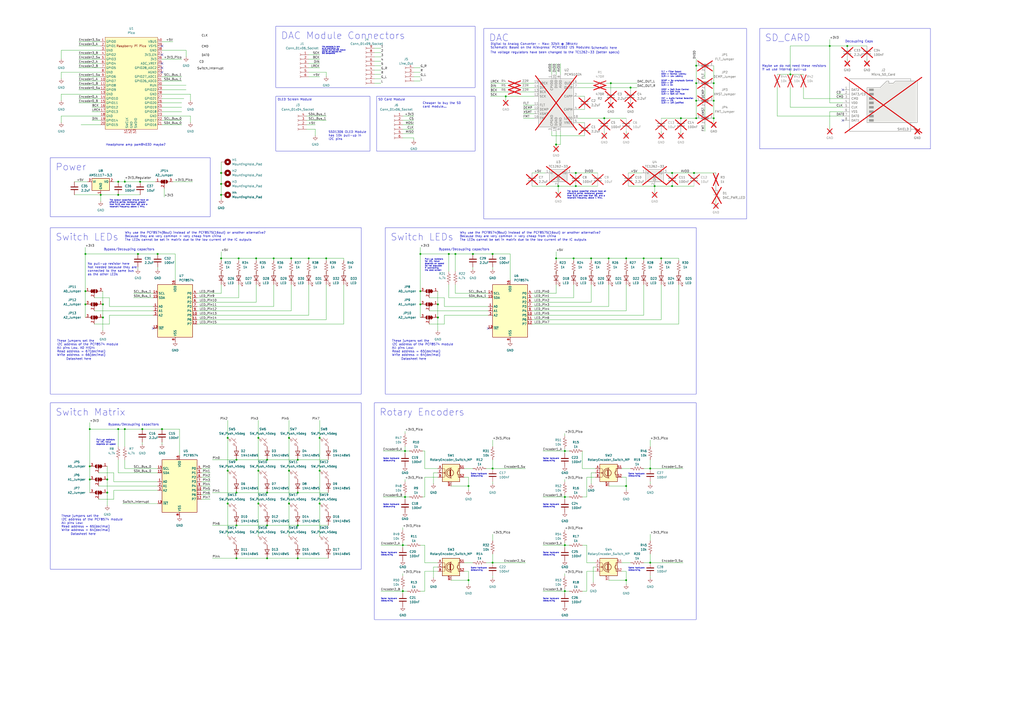
<source format=kicad_sch>
(kicad_sch (version 20231120) (generator "eeschema") (generator_version "8.0")
  (paper "A2")
  (junction (at 132.08 273.05))
  (junction (at 68.58 105.41))
  (junction (at 185.42 292.1))
  (junction (at 274.32 147.32))
  (junction (at 233.68 316.23))
  (junction (at 264.16 147.32))
  (junction (at 132.08 292.1))
  (junction (at 49.53 176.53))
  (junction (at 49.53 147.32))
  (junction (at 243.84 168.91))
  (junction (at 334.01 100.33))
  (junction (at 285.75 271.78))
  (junction (at 342.9 149.86))
  (junction (at 285.75 326.39))
  (junction (at 394.97 68.58))
  (junction (at 128.27 149.86))
  (junction (at 148.59 149.86))
  (junction (at 52.07 270.51))
  (junction (at 332.74 149.86))
  (junction (at 167.64 273.05))
  (junction (at 128.27 100.33))
  (junction (at 334.01 107.95))
  (junction (at 189.23 149.86))
  (junction (at 149.86 292.1))
  (junction (at 285.75 147.32))
  (junction (at 327.66 316.23))
  (junction (at 185.42 273.05))
  (junction (at 154.94 323.85))
  (junction (at 172.72 266.7))
  (junction (at 158.75 149.86))
  (junction (at 68.58 113.03))
  (junction (at 271.78 336.55))
  (junction (at 383.54 149.86))
  (junction (at 233.68 342.9))
  (junction (at 363.22 149.86))
  (junction (at 293.37 55.88))
  (junction (at 62.23 285.75))
  (junction (at 322.58 149.86))
  (junction (at 363.22 336.55))
  (junction (at 81.28 105.41))
  (junction (at 58.42 113.03))
  (junction (at 172.72 285.75))
  (junction (at 185.42 254))
  (junction (at 80.01 147.32))
  (junction (at 132.08 254))
  (junction (at 59.69 176.53))
  (junction (at 322.58 83.82))
  (junction (at 377.19 326.39))
  (junction (at 91.44 147.32))
  (junction (at 234.95 261.62))
  (junction (at 172.72 304.8))
  (junction (at 414.02 68.58))
  (junction (at 243.84 147.32))
  (junction (at 72.39 248.92))
  (junction (at 260.35 147.32))
  (junction (at 254 176.53))
  (junction (at 350.52 68.58))
  (junction (at 62.23 278.13))
  (junction (at 389.89 100.33))
  (junction (at 363.22 281.94))
  (junction (at 414.02 48.26))
  (junction (at 234.95 288.29))
  (junction (at 403.86 58.42))
  (junction (at 149.86 273.05))
  (junction (at 59.69 184.15))
  (junction (at 52.07 278.13))
  (junction (at 167.64 254))
  (junction (at 491.49 26.67))
  (junction (at 154.94 304.8))
  (junction (at 137.16 304.8))
  (junction (at 172.72 323.85))
  (junction (at 167.64 292.1))
  (junction (at 271.78 281.94))
  (junction (at 365.76 50.8))
  (junction (at 154.94 285.75))
  (junction (at 137.16 323.85))
  (junction (at 49.53 168.91))
  (junction (at 254 184.15))
  (junction (at 168.91 149.86))
  (junction (at 377.19 271.78))
  (junction (at 379.73 107.95))
  (junction (at 138.43 149.86))
  (junction (at 243.84 176.53))
  (junction (at 72.39 105.41))
  (junction (at 353.06 149.86))
  (junction (at 327.66 342.9))
  (junction (at 179.07 149.86))
  (junction (at 403.86 48.26))
  (junction (at 389.89 107.95))
  (junction (at 402.59 100.33))
  (junction (at 149.86 254))
  (junction (at 68.58 248.92))
  (junction (at 327.66 261.62))
  (junction (at 52.07 248.92))
  (junction (at 154.94 266.7))
  (junction (at 458.47 43.18))
  (junction (at 403.86 68.58))
  (junction (at 414.02 58.42))
  (junction (at 137.16 266.7))
  (junction (at 403.86 38.1))
  (junction (at 93.98 248.92))
  (junction (at 137.16 285.75))
  (junction (at 327.66 288.29))
  (junction (at 128.27 113.03))
  (junction (at 82.55 248.92))
  (junction (at 354.33 48.26))
  (junction (at 323.85 107.95))
  (junction (at 481.33 26.67))
  (junction (at 128.27 106.68))
  (junction (at 373.38 149.86))
  (no_connect (at 283.21 190.5))
  (no_connect (at 93.98 36.83))
  (no_connect (at 93.98 31.75))
  (no_connect (at 93.98 41.91))
  (no_connect (at 488.95 52.07))
  (no_connect (at 488.95 69.85))
  (no_connect (at 88.9 190.5))
  (no_connect (at 93.98 39.37))
  (no_connect (at 93.98 26.67))
  (wire (pts (xy 335.28 71.12) (xy 339.09 71.12)))
  (wire (pts (xy 128.27 151.13) (xy 128.27 149.86)))
  (wire (pts (xy 52.07 278.13) (xy 52.07 285.75)))
  (wire (pts (xy 327.66 279.4) (xy 327.66 278.13)))
  (wire (pts (xy 257.81 172.72) (xy 257.81 177.8)))
  (wire (pts (xy 363.22 339.09) (xy 363.22 336.55)))
  (wire (pts (xy 251.46 274.32) (xy 251.46 280.67)))
  (wire (pts (xy 373.38 326.39) (xy 377.19 326.39)))
  (wire (pts (xy 114.3 180.34) (xy 168.91 180.34)))
  (wire (pts (xy 243.84 39.37) (xy 240.03 39.37)))
  (wire (pts (xy 114.3 182.88) (xy 179.07 182.88)))
  (wire (pts (xy 342.9 151.13) (xy 342.9 149.86)))
  (wire (pts (xy 335.28 68.58) (xy 350.52 68.58)))
  (wire (pts (xy 105.41 72.39) (xy 93.98 72.39)))
  (wire (pts (xy 481.33 26.67) (xy 458.47 26.67)))
  (wire (pts (xy 189.23 149.86) (xy 189.23 151.13)))
  (wire (pts (xy 327.66 342.9) (xy 330.2 342.9)))
  (wire (pts (xy 269.24 326.39) (xy 274.32 326.39)))
  (wire (pts (xy 52.07 248.92) (xy 68.58 248.92)))
  (wire (pts (xy 123.19 266.7) (xy 137.16 266.7)))
  (wire (pts (xy 403.86 34.29) (xy 403.86 38.1)))
  (wire (pts (xy 308.61 172.72) (xy 332.74 172.72)))
  (wire (pts (xy 364.49 100.33) (xy 372.11 100.33)))
  (wire (pts (xy 179.07 165.1) (xy 179.07 182.88)))
  (wire (pts (xy 220.98 43.18) (xy 217.17 43.18)))
  (wire (pts (xy 107.95 29.21) (xy 93.98 29.21)))
  (wire (pts (xy 332.74 149.86) (xy 342.9 149.86)))
  (wire (pts (xy 345.44 326.39) (xy 340.36 326.39)))
  (wire (pts (xy 308.61 175.26) (xy 342.9 175.26)))
  (wire (pts (xy 101.6 147.32) (xy 91.44 147.32)))
  (wire (pts (xy 415.29 115.57) (xy 415.29 118.11)))
  (wire (pts (xy 246.38 326.39) (xy 246.38 316.23)))
  (wire (pts (xy 389.89 107.95) (xy 402.59 107.95)))
  (wire (pts (xy 387.35 100.33) (xy 389.89 100.33)))
  (wire (pts (xy 234.95 250.19) (xy 234.95 251.46)))
  (wire (pts (xy 322.58 149.86) (xy 332.74 149.86)))
  (wire (pts (xy 179.07 39.37) (xy 185.42 39.37)))
  (wire (pts (xy 49.53 176.53) (xy 49.53 184.15)))
  (wire (pts (xy 137.16 323.85) (xy 154.94 323.85)))
  (wire (pts (xy 293.37 58.42) (xy 293.37 55.88)))
  (wire (pts (xy 304.8 326.39) (xy 285.75 326.39)))
  (wire (pts (xy 62.23 285.75) (xy 62.23 293.37)))
  (wire (pts (xy 485.14 54.61) (xy 488.95 54.61)))
  (wire (pts (xy 342.9 149.86) (xy 353.06 149.86)))
  (wire (pts (xy 322.58 158.75) (xy 322.58 157.48)))
  (wire (pts (xy 251.46 328.93) (xy 251.46 335.28)))
  (wire (pts (xy 179.07 149.86) (xy 189.23 149.86)))
  (wire (pts (xy 45.72 59.69) (xy 58.42 59.69)))
  (wire (pts (xy 45.72 36.83) (xy 58.42 36.83)))
  (wire (pts (xy 199.39 149.86) (xy 199.39 151.13)))
  (wire (pts (xy 340.36 342.9) (xy 337.82 342.9)))
  (wire (pts (xy 377.19 280.67) (xy 377.19 279.4)))
  (wire (pts (xy 45.72 57.15) (xy 58.42 57.15)))
  (wire (pts (xy 246.38 331.47) (xy 254 331.47)))
  (wire (pts (xy 414.02 68.58) (xy 414.02 71.12)))
  (wire (pts (xy 254 271.78) (xy 246.38 271.78)))
  (wire (pts (xy 233.68 69.85) (xy 240.03 69.85)))
  (wire (pts (xy 68.58 105.41) (xy 72.39 105.41)))
  (wire (pts (xy 177.8 69.85) (xy 189.23 69.85)))
  (wire (pts (xy 383.54 149.86) (xy 393.7 149.86)))
  (wire (pts (xy 233.68 67.31) (xy 240.03 67.31)))
  (wire (pts (xy 332.74 165.1) (xy 332.74 172.72)))
  (wire (pts (xy 80.01 147.32) (xy 91.44 147.32)))
  (wire (pts (xy 353.06 281.94) (xy 363.22 281.94)))
  (wire (pts (xy 172.72 323.85) (xy 190.5 323.85)))
  (wire (pts (xy 177.8 67.31) (xy 189.23 67.31)))
  (wire (pts (xy 179.07 44.45) (xy 185.42 44.45)))
  (wire (pts (xy 327.66 317.5) (xy 327.66 316.23)))
  (wire (pts (xy 179.07 36.83) (xy 185.42 36.83)))
  (wire (pts (xy 59.69 168.91) (xy 59.69 176.53)))
  (wire (pts (xy 327.66 260.35) (xy 327.66 261.62)))
  (wire (pts (xy 285.75 280.67) (xy 285.75 279.4)))
  (wire (pts (xy 132.08 292.1) (xy 132.08 311.15)))
  (wire (pts (xy 342.9 165.1) (xy 342.9 175.26)))
  (wire (pts (xy 340.36 316.23) (xy 337.82 316.23)))
  (wire (pts (xy 303.53 60.96) (xy 309.88 60.96)))
  (wire (pts (xy 351.79 48.26) (xy 354.33 48.26)))
  (wire (pts (xy 340.36 288.29) (xy 337.82 288.29)))
  (wire (pts (xy 66.04 105.41) (xy 68.58 105.41)))
  (wire (pts (xy 110.49 58.42) (xy 110.49 54.61)))
  (wire (pts (xy 35.56 29.21) (xy 35.56 34.29)))
  (wire (pts (xy 46.99 72.39) (xy 58.42 72.39)))
  (wire (pts (xy 373.38 149.86) (xy 383.54 149.86)))
  (wire (pts (xy 251.46 274.32) (xy 254 274.32)))
  (wire (pts (xy 458.47 26.67) (xy 458.47 43.18)))
  (wire (pts (xy 248.92 180.34) (xy 283.21 180.34)))
  (wire (pts (xy 360.68 276.86) (xy 363.22 276.86)))
  (wire (pts (xy 57.15 289.56) (xy 66.04 289.56)))
  (wire (pts (xy 45.72 52.07) (xy 58.42 52.07)))
  (wire (pts (xy 121.92 287.02) (xy 116.84 287.02)))
  (wire (pts (xy 320.04 78.74) (xy 339.09 78.74)))
  (wire (pts (xy 246.38 276.86) (xy 246.38 288.29)))
  (wire (pts (xy 43.18 105.41) (xy 50.8 105.41)))
  (wire (pts (xy 264.16 147.32) (xy 274.32 147.32)))
  (wire (pts (xy 179.07 31.75) (xy 185.42 31.75)))
  (wire (pts (xy 53.34 62.23) (xy 58.42 62.23)))
  (wire (pts (xy 220.98 35.56) (xy 217.17 35.56)))
  (wire (pts (xy 137.16 285.75) (xy 154.94 285.75)))
  (wire (pts (xy 185.42 243.84) (xy 185.42 254)))
  (wire (pts (xy 373.38 165.1) (xy 373.38 182.88)))
  (wire (pts (xy 53.34 69.85) (xy 58.42 69.85)))
  (wire (pts (xy 285.75 321.31) (xy 285.75 326.39)))
  (wire (pts (xy 49.53 147.32) (xy 80.01 147.32)))
  (wire (pts (xy 243.84 168.91) (xy 243.84 176.53)))
  (wire (pts (xy 43.18 113.03) (xy 58.42 113.03)))
  (wire (pts (xy 132.08 254) (xy 132.08 273.05)))
  (wire (pts (xy 325.12 76.2) (xy 325.12 83.82)))
  (wire (pts (xy 128.27 158.75) (xy 128.27 157.48)))
  (wire (pts (xy 285.75 335.28) (xy 285.75 334.01)))
  (wire (pts (xy 383.54 149.86) (xy 383.54 151.13)))
  (wire (pts (xy 128.27 93.98) (xy 128.27 100.33)))
  (wire (pts (xy 59.69 184.15) (xy 59.69 191.77)))
  (wire (pts (xy 59.69 176.53) (xy 59.69 184.15)))
  (wire (pts (xy 121.92 284.48) (xy 116.84 284.48)))
  (wire (pts (xy 189.23 165.1) (xy 189.23 185.42)))
  (wire (pts (xy 220.98 38.1) (xy 217.17 38.1)))
  (wire (pts (xy 393.7 149.86) (xy 393.7 151.13)))
  (wire (pts (xy 458.47 62.23) (xy 488.95 62.23)))
  (wire (pts (xy 72.39 248.92) (xy 72.39 259.08)))
  (wire (pts (xy 101.6 162.56) (xy 101.6 147.32)))
  (wire (pts (xy 351.79 50.8) (xy 365.76 50.8)))
  (wire (pts (xy 104.14 264.16) (xy 104.14 248.92)))
  (wire (pts (xy 327.66 341.63) (xy 327.66 342.9)))
  (wire (pts (xy 105.41 62.23) (xy 93.98 62.23)))
  (wire (pts (xy 327.66 262.89) (xy 327.66 261.62)))
  (wire (pts (xy 111.76 105.41) (xy 100.33 105.41)))
  (wire (pts (xy 271.78 339.09) (xy 271.78 336.55)))
  (wire (pts (xy 172.72 285.75) (xy 190.5 285.75)))
  (wire (pts (xy 340.36 331.47) (xy 345.44 331.47)))
  (wire (pts (xy 363.22 284.48) (xy 363.22 281.94)))
  (wire (pts (xy 233.68 341.63) (xy 233.68 342.9)))
  (wire (pts (xy 354.33 48.26) (xy 369.57 48.26)))
  (wire (pts (xy 340.36 326.39) (xy 340.36 316.23)))
  (wire (pts (xy 158.75 165.1) (xy 158.75 177.8)))
  (wire (pts (xy 149.86 243.84) (xy 149.86 254)))
  (wire (pts (xy 353.06 151.13) (xy 353.06 149.86)))
  (wire (pts (xy 377.19 309.88) (xy 377.19 313.69)))
  (wire (pts (xy 363.22 281.94) (xy 363.22 276.86)))
  (wire (pts (xy 304.8 271.78) (xy 285.75 271.78)))
  (wire (pts (xy 260.35 165.1) (xy 260.35 172.72)))
  (wire (pts (xy 285.75 255.27) (xy 285.75 259.08)))
  (wire (pts (xy 269.24 276.86) (xy 271.78 276.86)))
  (wire (pts (xy 35.56 41.91) (xy 35.56 45.72)))
  (wire (pts (xy 393.7 165.1) (xy 393.7 187.96)))
  (wire (pts (xy 106.68 57.15) (xy 93.98 57.15)))
  (wire (pts (xy 137.16 304.8) (xy 154.94 304.8)))
  (wire (pts (xy 393.7 158.75) (xy 393.7 157.48)))
  (wire (pts (xy 481.33 26.67) (xy 491.49 26.67)))
  (wire (pts (xy 264.16 147.32) (xy 264.16 157.48)))
  (wire (pts (xy 308.61 182.88) (xy 373.38 182.88)))
  (wire (pts (xy 45.72 39.37) (xy 58.42 39.37)))
  (wire (pts (xy 243.84 44.45) (xy 240.03 44.45)))
  (wire (pts (xy 353.06 158.75) (xy 353.06 157.48)))
  (wire (pts (xy 45.72 24.13) (xy 58.42 24.13)))
  (wire (pts (xy 110.49 67.31) (xy 93.98 67.31)))
  (wire (pts (xy 458.47 43.18) (xy 450.85 43.18)))
  (wire (pts (xy 365.76 50.8) (xy 369.57 50.8)))
  (wire (pts (xy 377.19 266.7) (xy 377.19 271.78)))
  (wire (pts (xy 293.37 55.88) (xy 309.88 55.88)))
  (wire (pts (xy 325.12 36.83) (xy 325.12 43.18)))
  (wire (pts (xy 327.66 316.23) (xy 330.2 316.23)))
  (wire (pts (xy 246.38 331.47) (xy 246.38 342.9)))
  (wire (pts (xy 281.94 326.39) (xy 285.75 326.39)))
  (wire (pts (xy 177.8 74.93) (xy 182.88 74.93)))
  (wire (pts (xy 62.23 278.13) (xy 62.23 285.75)))
  (wire (pts (xy 320.04 36.83) (xy 320.04 43.18)))
  (wire (pts (xy 220.98 40.64) (xy 217.17 40.64)))
  (wire (pts (xy 363.22 158.75) (xy 363.22 157.48)))
  (wire (pts (xy 233.68 332.74) (xy 233.68 334.01)))
  (wire (pts (xy 383.54 76.2) (xy 383.54 77.47)))
  (wire (pts (xy 394.97 76.2) (xy 394.97 77.47)))
  (wire (pts (xy 220.98 30.48) (xy 217.17 30.48)))
  (wire (pts (xy 72.39 105.41) (xy 81.28 105.41)))
  (wire (pts (xy 243.84 147.32) (xy 260.35 147.32)))
  (wire (pts (xy 234.95 287.02) (xy 234.95 288.29)))
  (wire (pts (xy 403.86 38.1) (xy 403.86 48.26)))
  (wire (pts (xy 285.75 266.7) (xy 285.75 271.78)))
  (wire (pts (xy 234.95 278.13) (xy 234.95 279.4)))
  (wire (pts (xy 49.53 168.91) (xy 49.53 176.53)))
  (wire (pts (xy 281.94 271.78) (xy 285.75 271.78)))
  (wire (pts (xy 314.96 316.23) (xy 327.66 316.23)))
  (wire (pts (xy 132.08 243.84) (xy 132.08 254)))
  (wire (pts (xy 123.19 323.85) (xy 137.16 323.85)))
  (wire (pts (xy 68.58 248.92) (xy 72.39 248.92)))
  (wire (pts (xy 68.58 266.7) (xy 68.58 274.32)))
  (wire (pts (xy 132.08 273.05) (xy 132.08 292.1)))
  (wire (pts (xy 121.92 281.94) (xy 116.84 281.94)))
  (wire (pts (xy 66.04 284.48) (xy 91.44 284.48)))
  (wire (pts (xy 234.95 289.56) (xy 234.95 288.29)))
  (wire (pts (xy 340.36 331.47) (xy 340.36 342.9)))
  (wire (pts (xy 335.28 50.8) (xy 344.17 50.8)))
  (wire (pts (xy 128.27 165.1) (xy 128.27 170.18)))
  (wire (pts (xy 72.39 104.14) (xy 72.39 105.41)))
  (wire (pts (xy 222.25 288.29) (xy 234.95 288.29)))
  (wire (pts (xy 332.74 158.75) (xy 332.74 157.48)))
  (wire (pts (xy 243.84 143.51) (xy 243.84 147.32)))
  (wire (pts (xy 295.91 162.56) (xy 295.91 147.32)))
  (wire (pts (xy 354.33 48.26) (xy 354.33 52.07)))
  (wire (pts (xy 254 176.53) (xy 254 184.15)))
  (wire (pts (xy 72.39 271.78) (xy 91.44 271.78)))
  (wire (pts (xy 107.95 52.07) (xy 93.98 52.07)))
  (wire (pts (xy 314.96 261.62) (xy 327.66 261.62)))
  (wire (pts (xy 121.92 289.56) (xy 116.84 289.56)))
  (wire (pts (xy 458.47 62.23) (xy 458.47 50.8)))
  (wire (pts (xy 325.12 83.82) (xy 322.58 83.82)))
  (wire (pts (xy 93.98 34.29) (xy 105.41 34.29)))
  (wire (pts (xy 233.68 314.96) (xy 233.68 316.23)))
  (wire (pts (xy 45.72 44.45) (xy 58.42 44.45)))
  (wire (pts (xy 360.68 331.47) (xy 363.22 331.47)))
  (wire (pts (xy 394.97 68.58) (xy 403.86 68.58)))
  (wire (pts (xy 154.94 285.75) (xy 172.72 285.75)))
  (wire (pts (xy 322.58 36.83) (xy 322.58 43.18)))
  (wire (pts (xy 45.72 31.75) (xy 58.42 31.75)))
  (wire (pts (xy 396.24 271.78) (xy 377.19 271.78)))
  (wire (pts (xy 257.81 187.96) (xy 257.81 182.88)))
  (wire (pts (xy 121.92 276.86) (xy 116.84 276.86)))
  (wire (pts (xy 251.46 328.93) (xy 254 328.93)))
  (wire (pts (xy 128.27 106.68) (xy 128.27 113.03)))
  (wire (pts (xy 260.35 157.48) (xy 260.35 147.32)))
  (wire (pts (xy 383.54 68.58) (xy 394.97 68.58)))
  (wire (pts (xy 128.27 146.05) (xy 128.27 149.86)))
  (wire (pts (xy 260.35 172.72) (xy 283.21 172.72)))
  (wire (pts (xy 254 326.39) (xy 246.38 326.39)))
  (wire (pts (xy 121.92 279.4) (xy 116.84 279.4)))
  (wire (pts (xy 308.61 107.95) (xy 323.85 107.95)))
  (wire (pts (xy 379.73 107.95) (xy 379.73 111.76)))
  (wire (pts (xy 502.92 35.56) (xy 502.92 34.29)))
  (wire (pts (xy 408.94 62.23) (xy 408.94 67.31)))
  (wire (pts (xy 49.53 143.51) (xy 49.53 147.32)))
  (wire (pts (xy 121.92 271.78) (xy 116.84 271.78)))
  (wire (pts (xy 185.42 273.05) (xy 185.42 292.1)))
  (wire (pts (xy 58.42 67.31) (xy 35.56 67.31)))
  (wire (pts (xy 234.95 288.29) (xy 237.49 288.29)))
  (wire (pts (xy 246.38 342.9) (xy 243.84 342.9)))
  (wire (pts (xy 220.98 45.72) (xy 217.17 45.72)))
  (wire (pts (xy 68.58 259.08) (xy 68.58 248.92)))
  (wire (pts (xy 308.61 177.8) (xy 353.06 177.8)))
  (wire (pts (xy 168.91 158.75) (xy 168.91 157.48)))
  (wire (pts (xy 334.01 100.33) (xy 346.71 100.33)))
  (wire (pts (xy 308.61 185.42) (xy 383.54 185.42)))
  (wire (pts (xy 149.86 273.05) (xy 149.86 292.1)))
  (wire (pts (xy 269.24 331.47) (xy 271.78 331.47)))
  (wire (pts (xy 35.56 54.61) (xy 35.56 58.42)))
  (wire (pts (xy 148.59 158.75) (xy 148.59 157.48)))
  (wire (pts (xy 373.38 271.78) (xy 377.19 271.78)))
  (wire (pts (xy 95.25 114.3) (xy 95.25 109.22)))
  (wire (pts (xy 172.72 304.8) (xy 190.5 304.8)))
  (wire (pts (xy 128.27 113.03) (xy 128.27 115.57)))
  (wire (pts (xy 350.52 68.58) (xy 363.22 68.58)))
  (wire (pts (xy 233.68 306.07) (xy 233.68 307.34)))
  (wire (pts (xy 383.54 158.75) (xy 383.54 157.48)))
  (wire (pts (xy 233.68 80.01) (xy 240.03 80.01)))
  (wire (pts (xy 414.02 38.1) (xy 414.02 48.26)))
  (wire (pts (xy 220.98 33.02) (xy 217.17 33.02)))
  (wire (pts (xy 168.91 151.13) (xy 168.91 149.86)))
  (wire (pts (xy 403.86 58.42) (xy 403.86 68.58)))
  (wire (pts (xy 363.22 336.55) (xy 363.22 331.47)))
  (wire (pts (xy 121.92 274.32) (xy 116.84 274.32)))
  (wire (pts (xy 93.98 64.77) (xy 105.41 64.77)))
  (wire (pts (xy 302.26 48.26) (xy 309.88 48.26)))
  (wire (pts (xy 264.16 165.1) (xy 264.16 170.18)))
  (wire (pts (xy 172.72 266.7) (xy 190.5 266.7)))
  (wire (pts (xy 303.53 63.5) (xy 309.88 63.5)))
  (wire (pts (xy 360.68 271.78) (xy 365.76 271.78)))
  (wire (pts (xy 93.98 257.81) (xy 93.98 256.54)))
  (wire (pts (xy 58.42 29.21) (xy 35.56 29.21)))
  (wire (pts (xy 77.47 170.18) (xy 88.9 170.18)))
  (wire (pts (xy 53.34 64.77) (xy 58.42 64.77)))
  (wire (pts (xy 284.48 53.34) (xy 294.64 53.34)))
  (wire (pts (xy 63.5 182.88) (xy 88.9 182.88)))
  (wire (pts (xy 179.07 151.13) (xy 179.07 149.86)))
  (wire (pts (xy 189.23 149.86) (xy 199.39 149.86)))
  (wire (pts (xy 234.95 259.08) (xy 234.95 261.62)))
  (wire (pts (xy 458.47 43.18) (xy 466.09 43.18)))
  (wire (pts (xy 158.75 151.13) (xy 158.75 149.86)))
  (wire (pts (xy 57.15 281.94) (xy 91.44 281.94)))
  (wire (pts (xy 332.74 151.13) (xy 332.74 149.86)))
  (wire (pts (xy 246.38 276.86) (xy 254 276.86)))
  (wire (pts (xy 342.9 158.75) (xy 342.9 157.48)))
  (wire (pts (xy 254 168.91) (xy 254 176.53)))
  (wire (pts (xy 377.19 255.27) (xy 377.19 259.08)))
  (wire (pts (xy 154.94 304.8) (xy 172.72 304.8)))
  (wire (pts (xy 107.95 49.53) (xy 93.98 49.53)))
  (wire (pts (xy 71.12 292.1) (xy 91.44 292.1)))
  (wire (pts (xy 199.39 158.75) (xy 199.39 157.48)))
  (wire (pts (xy 491.49 35.56) (xy 491.49 34.29)))
  (wire (pts (xy 138.43 151.13) (xy 138.43 149.86)))
  (wire (pts (xy 269.24 271.78) (xy 274.32 271.78)))
  (wire (pts (xy 246.38 271.78) (xy 246.38 261.62)))
  (wire (pts (xy 322.58 151.13) (xy 322.58 149.86)))
  (wire (pts (xy 220.98 342.9) (xy 233.68 342.9)))
  (wire (pts (xy 246.38 261.62) (xy 245.11 261.62)))
  (wire (pts (xy 248.92 172.72) (xy 257.81 172.72)))
  (wire (pts (xy 335.28 55.88) (xy 339.09 55.88)))
  (wire (pts (xy 322.58 146.05) (xy 322.58 149.86)))
  (wire (pts (xy 243.84 176.53) (xy 243.84 184.15)))
  (wire (pts (xy 303.53 66.04) (xy 309.88 66.04)))
  (wire (pts (xy 168.91 149.86) (xy 179.07 149.86)))
  (wire (pts (xy 314.96 342.9) (xy 327.66 342.9)))
  (wire (pts (xy 220.98 316.23) (xy 233.68 316.23)))
  (wire (pts (xy 327.66 287.02) (xy 327.66 288.29)))
  (wire (pts (xy 233.68 316.23) (xy 236.22 316.23)))
  (wire (pts (xy 383.54 165.1) (xy 383.54 185.42)))
  (wire (pts (xy 66.04 289.56) (xy 66.04 284.48)))
  (wire (pts (xy 327.66 289.56) (xy 327.66 288.29)))
  (wire (pts (xy 58.42 54.61) (xy 35.56 54.61)))
  (wire (pts (xy 233.68 317.5) (xy 233.68 316.23)))
  (wire (pts (xy 35.56 41.91) (xy 58.42 41.91)))
  (wire (pts (xy 167.64 273.05) (xy 167.64 292.1)))
  (wire (pts (xy 254 184.15) (xy 254 191.77)))
  (wire (pts (xy 320.04 76.2) (xy 320.04 78.74)))
  (wire (pts (xy 334.01 107.95) (xy 346.71 107.95)))
  (wire (pts (xy 342.9 274.32) (xy 345.44 274.32)))
  (wire (pts (xy 177.8 72.39) (xy 182.88 72.39)))
  (wire (pts (xy 63.5 172.72) (xy 63.5 177.8)))
  (wire (pts (xy 246.38 316.23) (xy 243.84 316.23)))
  (wire (pts (xy 35.56 67.31) (xy 35.56 71.12)))
  (wire (pts (xy 52.07 270.51) (xy 52.07 278.13)))
  (wire (pts (xy 107.95 33.02) (xy 107.95 29.21)))
  (wire (pts (xy 182.88 74.93) (xy 182.88 78.74)))
  (wire (pts (xy 327.66 344.17) (xy 327.66 342.9)))
  (wire (pts (xy 154.94 323.85) (xy 172.72 323.85)))
  (wire (pts (xy 337.82 271.78) (xy 337.82 261.62)))
  (wire (pts (xy 93.98 24.13) (xy 100.33 24.13)))
  (wire (pts (xy 284.48 55.88) (xy 293.37 55.88)))
  (wire (pts (xy 271.78 336.55) (xy 271.78 331.47)))
  (wire (pts (xy 261.62 281.94) (xy 271.78 281.94)))
  (wire (pts (xy 58.42 113.03) (xy 58.42 116.84)))
  (wire (pts (xy 114.3 175.26) (xy 148.59 175.26)))
  (wire (pts (xy 322.58 165.1) (xy 322.58 170.18)))
  (wire (pts (xy 233.68 77.47) (xy 240.03 77.47)))
  (wire (pts (xy 138.43 149.86) (xy 148.59 149.86)))
  (wire (pts (xy 123.19 304.8) (xy 137.16 304.8)))
  (wire (pts (xy 128.27 149.86) (xy 138.43 149.86)))
  (wire (pts (xy 360.68 326.39) (xy 365.76 326.39)))
  (wire (pts (xy 285.75 156.21) (xy 285.75 154.94)))
  (wire (pts (xy 377.19 335.28) (xy 377.19 334.01)))
  (wire (pts (xy 179.07 158.75) (xy 179.07 157.48)))
  (wire (pts (xy 335.28 63.5) (xy 339.09 63.5)))
  (wire (pts (xy 148.59 151.13) (xy 148.59 149.86)))
  (wire (pts (xy 167.64 254) (xy 167.64 273.05)))
  (wire (pts (xy 396.24 326.39) (xy 377.19 326.39)))
  (wire (pts (xy 450.85 67.31) (xy 450.85 50.8)))
  (wire (pts (xy 257.81 182.88) (xy 283.21 182.88)))
  (wire (pts (xy 340.36 276.86) (xy 340.36 288.29)))
  (wire (pts (xy 72.39 266.7) (xy 72.39 271.78)))
  (wire (pts (xy 284.48 48.26) (xy 294.64 48.26)))
  (wire (pts (xy 234.95 262.89) (xy 234.95 261.62)))
  (wire (pts (xy 340.36 276.86) (xy 345.44 276.86)))
  (wire (pts (xy 54.61 172.72) (xy 63.5 172.72)))
  (wire (pts (xy 138.43 165.1) (xy 138.43 172.72)))
  (wire (pts (xy 179.07 34.29) (xy 185.42 34.29)))
  (wire (pts (xy 233.68 74.93) (xy 240.03 74.93)))
  (wire (pts (xy 302.26 50.8) (xy 309.88 50.8)))
  (wire (pts (xy 52.07 245.11) (xy 52.07 248.92)))
  (wire (pts (xy 45.72 46.99) (xy 58.42 46.99)))
  (wire (pts (xy 363.22 149.86) (xy 373.38 149.86)))
  (wire (pts (xy 233.68 72.39) (xy 240.03 72.39)))
  (wire (pts (xy 148.59 149.86) (xy 158.75 149.86)))
  (wire (pts (xy 327.66 261.62) (xy 330.2 261.62)))
  (wire (pts (xy 342.9 274.32) (xy 342.9 280.67)))
  (wire (pts (xy 93.98 46.99) (xy 105.41 46.99)))
  (wire (pts (xy 54.61 187.96) (xy 63.5 187.96)))
  (wire (pts (xy 481.33 26.67) (xy 481.33 59.69)))
  (wire (pts (xy 167.64 292.1) (xy 167.64 311.15)))
  (wire (pts (xy 82.55 257.81) (xy 82.55 256.54)))
  (wire (pts (xy 110.49 54.61) (xy 93.98 54.61)))
  (wire (pts (xy 322.58 83.82) (xy 322.58 85.09)))
  (wire (pts (xy 271.78 284.48) (xy 271.78 281.94)))
  (wire (pts (xy 344.17 328.93) (xy 344.17 337.82)))
  (wire (pts (xy 72.39 248.92) (xy 82.55 248.92)))
  (wire (pts (xy 114.3 172.72) (xy 138.43 172.72)))
  (wire (pts (xy 63.5 177.8) (xy 88.9 177.8)))
  (wire (pts (xy 114.3 177.8) (xy 158.75 177.8)))
  (wire (pts (xy 271.78 281.94) (xy 271.78 276.86)))
  (wire (pts (xy 373.38 158.75) (xy 373.38 157.48)))
  (wire (pts (xy 402.59 100.33) (xy 415.29 100.33)))
  (wire (pts (xy 323.85 107.95) (xy 334.01 107.95)))
  (wire (pts (xy 149.86 254) (xy 149.86 273.05)))
  (wire (pts (xy 114.3 170.18) (xy 128.27 170.18)))
  (wire (pts (xy 243.84 46.99) (xy 240.03 46.99)))
  (wire (pts (xy 481.33 22.86) (xy 481.33 26.67)))
  (wire (pts (xy 363.22 76.2) (xy 363.22 77.47)))
  (wire (pts (xy 322.58 76.2) (xy 322.58 83.82)))
  (wire (pts (xy 52.07 248.92) (xy 52.07 270.51)))
  (wire (pts (xy 68.58 113.03) (xy 81.28 113.03)))
  (wire (pts (xy 344.17 328.93) (xy 345.44 328.93)))
  (wire (pts (xy 104.14 248.92) (xy 93.98 248.92)))
  (wire (pts (xy 49.53 147.32) (xy 49.53 168.91)))
  (wire (pts (xy 323.85 107.95) (xy 323.85 111.76)))
  (wire (pts (xy 327.66 314.96) (xy 327.66 316.23)))
  (wire (pts (xy 149.86 292.1) (xy 149.86 311.15)))
  (wire (pts (xy 389.89 100.33) (xy 402.59 100.33)))
  (wire (pts (xy 199.39 165.1) (xy 199.39 187.96)))
  (wire (pts (xy 233.68 342.9) (xy 236.22 342.9)))
  (wire (pts (xy 353.06 165.1) (xy 353.06 177.8)))
  (wire (pts (xy 45.72 34.29) (xy 58.42 34.29)))
  (wire (pts (xy 68.58 274.32) (xy 91.44 274.32)))
  (wire (pts (xy 167.64 243.84) (xy 167.64 254)))
  (wire (pts (xy 80.01 156.21) (xy 80.01 154.94)))
  (wire (pts (xy 274.32 156.21) (xy 274.32 154.94)))
  (wire (pts (xy 335.28 48.26) (xy 344.17 48.26)))
  (wire (pts (xy 308.61 100.33) (xy 316.23 100.33)))
  (wire (pts (xy 365.76 52.07) (xy 365.76 50.8)))
  (wire (pts (xy 450.85 67.31) (xy 488.95 67.31)))
  (wire (pts (xy 220.98 48.26) (xy 217.17 48.26)))
  (wire (pts (xy 308.61 180.34) (xy 363.22 180.34)))
  (wire (pts (xy 308.61 170.18) (xy 322.58 170.18)))
  (wire (pts (xy 408.94 45.72) (xy 408.94 41.91)))
  (wire (pts (xy 353.06 149.86) (xy 363.22 149.86)))
  (wire (pts (xy 345.44 271.78) (xy 337.82 271.78)))
  (wire (pts (xy 105.41 69.85) (xy 93.98 69.85)))
  (wire (pts (xy 154.94 266.7) (xy 172.72 266.7)))
  (wire (pts (xy 285.75 309.88) (xy 285.75 313.69)))
  (wire (pts (xy 63.5 187.96) (xy 63.5 182.88)))
  (wire (pts (xy 327.66 288.29) (xy 330.2 288.29)))
  (wire (pts (xy 246.38 288.29) (xy 245.11 288.29)))
  (wire (pts (xy 303.53 68.58) (xy 309.88 68.58)))
  (wire (pts (xy 54.61 180.34) (xy 88.9 180.34)))
  (wire (pts (xy 243.84 147.32) (xy 243.84 168.91)))
  (wire (pts (xy 158.75 158.75) (xy 158.75 157.48)))
  (wire (pts (xy 234.95 261.62) (xy 237.49 261.62)))
  (wire (pts (xy 77.47 172.72) (xy 88.9 172.72)))
  (wire (pts (xy 466.09 57.15) (xy 466.09 50.8)))
  (wire (pts (xy 264.16 170.18) (xy 283.21 170.18)))
  (wire (pts (xy 466.09 57.15) (xy 488.95 57.15)))
  (wire (pts (xy 408.94 72.39) (xy 408.94 76.2)))
  (wire (pts (xy 314.96 288.29) (xy 327.66 288.29)))
  (wire (pts (xy 364.49 107.95) (xy 379.73 107.95)))
  (wire (pts (xy 261.62 336.55) (xy 271.78 336.55)))
  (wire (pts (xy 128.27 100.33) (xy 128.27 106.68)))
  (wire (pts (xy 148.59 165.1) (xy 148.59 175.26)))
  (wire (pts (xy 222.25 261.62) (xy 234.95 261.62)))
  (wire (pts (xy 481.33 59.69) (xy 488.95 59.69)))
  (wire (pts (xy 240.03 80.01) (xy 240.03 81.28)))
  (wire (pts (xy 257.81 177.8) (xy 283.21 177.8)))
  (wire (pts (xy 488.95 64.77) (xy 481.33 64.77)))
  (wire (pts (xy 168.91 165.1) (xy 168.91 180.34)))
  (wire (pts (xy 377.19 321.31) (xy 377.19 326.39)))
  (wire (pts (xy 179.07 41.91) (xy 189.23 41.91)))
  (wire (pts (xy 350.52 76.2) (xy 350.52 77.47)))
  (wire (pts (xy 363.22 151.13) (xy 363.22 149.86)))
  (wire (pts (xy 327.66 332.74) (xy 327.66 334.01)))
  (wire (pts (xy 481.33 64.77) (xy 481.33 74.93)))
  (wire (pts (xy 82.55 248.92) (xy 93.98 248.92)))
  (wire (pts (xy 45.72 26.67) (xy 58.42 26.67)))
  (wire (pts (xy 295.91 147.32) (xy 285.75 147.32)))
  (wire (pts (xy 114.3 187.96) (xy 199.39 187.96)))
  (wire (pts (xy 379.73 107.95) (xy 389.89 107.95)))
  (wire (pts (xy 414.02 58.42) (xy 414.02 68.58)))
  (wire (pts (xy 302.26 53.34) (xy 309.88 53.34)))
  (wire (pts (xy 308.61 187.96) (xy 393.7 187.96)))
  (wire (pts (xy 327.66 251.46) (xy 327.66 252.73)))
  (wire (pts (xy 220.98 27.94) (xy 217.17 27.94)))
  (wire (pts (xy 58.42 113.03) (xy 68.58 113.03)))
  (wire (pts (xy 91.44 156.21) (xy 91.44 154.94)))
  (wire (pts (xy 248.92 187.96) (xy 257.81 187.96)))
  (wire (pts (xy 363.22 165.1) (xy 363.22 180.34)))
  (wire (pts (xy 185.42 254) (xy 185.42 273.05)))
  (wire (pts (xy 158.75 149.86) (xy 168.91 149.86)))
  (wire (pts (xy 414.02 48.26) (xy 414.02 58.42)))
  (wire (pts (xy 284.48 50.8) (xy 294.64 50.8)))
  (wire (pts (xy 138.43 158.75) (xy 138.43 157.48)))
  (wire (pts (xy 189.23 158.75) (xy 189.23 157.48)))
  (wire (pts (xy 403.86 48.26) (xy 403.86 58.42)))
  (wire (pts (xy 373.38 151.13) (xy 373.38 149.86)))
  (wire (pts (xy 57.15 274.32) (xy 66.04 274.32)))
  (wire (pts (xy 93.98 44.45) (xy 105.41 44.45)))
  (wire (pts (xy 105.41 59.69) (xy 93.98 59.69)))
  (wire (pts (xy 114.3 185.42) (xy 189.23 185.42)))
  (wire (pts (xy 331.47 100.33) (xy 334.01 100.33)))
  (wire (pts (xy 274.32 147.32) (xy 285.75 147.32)))
  (wire (pts (xy 137.16 266.7) (xy 154.94 266.7)))
  (wire (pts (xy 189.23 41.91) (xy 189.23 44.45)))
  (wire (pts (xy 243.84 41.91) (xy 240.03 41.91)))
  (wire (pts (xy 233.68 344.17) (xy 233.68 342.9)))
  (wire (pts (xy 353.06 336.55) (xy 363.22 336.55)))
  (wire (pts (xy 81.28 105.41) (xy 90.17 105.41)))
  (wire (pts (xy 110.49 71.12) (xy 110.49 67.31)))
  (wire (pts (xy 123.19 285.75) (xy 137.16 285.75)))
  (wire (pts (xy 491.49 26.67) (xy 502.92 26.67)))
  (wire (pts (xy 66.04 279.4) (xy 91.44 279.4)))
  (wire (pts (xy 62.23 270.51) (xy 62.23 278.13)))
  (wire (pts (xy 66.04 274.32) (xy 66.04 279.4)))
  (wire (pts (xy 408.94 52.07) (xy 408.94 57.15)))
  (wire (pts (xy 45.72 49.53) (xy 58.42 49.53)))
  (wire (pts (xy 185.42 292.1) (xy 185.42 311.15)))
  (wire (pts (xy 260.35 147.32) (xy 264.16 147.32)))
  (text_box "OLED Screen Module" (at 160.02 55.88 0) (size 54.61 31.75) (effects (font (size 1.27 1.27)) (justify left top)))
  (text_box "DAC" (at 280.67 16.51 0) (size 152.4 110.49) (effects (font (size 4 4)) (justify left top)))
  (text_box "Switch LEDs\n" (at 223.52 132.08 0) (size 180.34 96.52) (effects (font (size 4 4)) (justify left top)))
  (text_box "DAC Module Connectors" (at 160.02 15.24 0) (size 115.57 35.56) (effects (font (size 4 4)) (justify left top)))
  (text_box "Rotary Encoders" (at 217.17 233.68 0) (size 186.69 125.73) (effects (font (size 4 4)) (justify left top)))
  (text_box "SD_CARD\n" (at 440.69 16.51 0) (size 99.06 69.85) (effects (font (size 4 4)) (justify left top)))
  (text_box "Switch LEDs\n" (at 29.21 132.08 0) (size 180.34 96.52) (effects (font (size 4 4)) (justify left top)))
  (text_box "Power" (at 29.21 91.44 0) (size 92.71 34.29) (effects (font (size 4 4)) (justify left top)))
  (text_box "SD Card Module\n" (at 218.44 55.88 0) (size 57.15 31.75) (effects (font (size 1.27 1.27)) (justify left top)))
  (text_box "Switch Matrix\n" (at 29.21 233.68 0) (size 180.34 96.52) (effects (font (size 4 4)) (justify left top)))
  (text "Headphone amp pam8403D maybe?\n\n" (at 78.74 85.09 0) (effects (font (size 1.27 1.27))))
  (text "Why use the PCF8574(8out) instead of the PCF8575(16out) or another alternative?\nBecause they are very common = very cheap from china\nThe LEDs cannot be set in matrix due to the low current of the IC outputs\n" (at 72.39 137.16 0) (effects (font (size 1.27 1.27)) (justify left)))
  (text "No pull-up resistor here\nNot needed because they are\nconnected to the same bus\nas the other LEDs" (at 50.8 156.21 0) (effects (font (size 1.27 1.27)) (justify left)))
  (text "Schematic here" (at 342.9 27.94 0) (effects (font (size 1.27 1.27)) (justify left)))
  (text "Datasheet here\n" (at 45.72 208.28 0) (effects (font (size 1.27 1.27))))
  (text "SSD1306 OLED Module\nhas 10k pull-up in\nI2C pins\n" (at 190.5 78.74 0) (effects (font (size 1.27 1.27)) (justify left)))
  (text "Some hardware\ndebouncing" (at 314.96 266.7 0) (effects (font (size 0.8 0.8)) (justify left)))
  (text "Cheaper to buy the SD \ncard module...\n" (at 245.11 60.96 0) (effects (font (size 1.27 1.27)) (justify left)))
  (text "Some hardware\ndebouncing" (at 364.49 275.59 0) (effects (font (size 0.8 0.8)) (justify left)))
  (text "Some hardware\ndebouncing" (at 220.98 347.98 0) (effects (font (size 0.8 0.8)) (justify left)))
  (text "Datasheet here\n" (at 240.03 208.28 0) (effects (font (size 1.27 1.27))))
  (text "This connector is here\nas an alternative, i.e.\nconnect here the DAC module \nand do not populate the \nDAC components\n" (at 186.69 29.21 0) (effects (font (size 0.6 0.6)) (justify left)))
  (text "Some hardware\ndebouncing" (at 273.05 330.2 0) (effects (font (size 0.8 0.8)) (justify left)))
  (text "Some hardware\ndebouncing" (at 364.49 330.2 0) (effects (font (size 0.8 0.8)) (justify left)))
  (text "Maybe we do not need these resistors \nif we use internal pull-up" (at 441.96 39.37 0) (effects (font (size 1.27 1.27)) (justify left)))
  (text "These jumpers set the\nI2C address of the PCF8574 module\nAll pins Low:\nRead address = 65(decimal)\nWrite address = 64(decimal)" (at 35.56 303.53 0) (effects (font (size 1.27 1.27)) (justify left)))
  (text "Decoupling Caps\n" (at 490.22 24.13 0) (effects (font (size 1.27 1.27)) (justify left)))
  (text "Why use the PCF8574(8out) instead of the PCF8575(16out) or another alternative?\nBecause they are very common = very cheap from china\nThe LEDs cannot be set in matrix due to the low current of the IC outputs\n" (at 266.7 137.16 0) (effects (font (size 1.27 1.27)) (justify left)))
  (text "Bypass/Decoupling capacitors\n" (at 74.93 144.78 0) (effects (font (size 1.27 1.27))))
  (text "Digital to Analog Converter - Max: 32bit @ 384kHz\nSchematic Based on the Aliexpress' PCM1502 I2S Modules:\n" (at 284.48 26.67 0) (effects (font (size 1.27 1.27)) (justify left)))
  (text "Bypass/Decoupling capacitors\n" (at 269.24 144.78 0) (effects (font (size 1.27 1.27))))
  (text "Some hardware\ndebouncing" (at 220.98 321.31 0) (effects (font (size 0.8 0.8)) (justify left)))
  (text "Some hardware\ndebouncing" (at 222.25 293.37 0) (effects (font (size 0.8 0.8)) (justify left)))
  (text "Some hardware\ndebouncing" (at 314.96 347.98 0) (effects (font (size 0.8 0.8)) (justify left)))
  (text "The output capacitor should have an \neffective series resistance greater \nthan 0.1Ω and less than 5Ω, and a \nresonant frequency above 1 MHz." (at 63.5 118.11 0) (effects (font (size 0.8 0.8)) (justify left)))
  (text "Some hardware\ndebouncing" (at 314.96 321.31 0) (effects (font (size 0.8 0.8)) (justify left)))
  (text "Some hardware\ndebouncing" (at 314.96 293.37 0) (effects (font (size 0.8 0.8)) (justify left)))
  (text "Some hardware\ndebouncing" (at 273.05 275.59 0) (effects (font (size 0.8 0.8)) (justify left)))
  (text "Pull-up resistors\nfor I2C. Value\ndepends on speed\n" (at 55.88 256.54 0) (effects (font (size 0.8 0.8)) (justify left)))
  (text "The voltage regulators have been changed to the TC1262-33 (better specs)" (at 284.48 30.48 0) (effects (font (size 1.27 1.27)) (justify left)))
  (text "These jumpers set the\nI2C address of the PCF8574 module\nAll pins Low:\nRead address = 65(decimal)\nWrite address = 64(decimal)" (at 227.33 201.93 0) (effects (font (size 1.27 1.27)) (justify left)))
  (text "These jumpers set the\nI2C address of the PCF8574 module\nAll pins Low, A0 HIGH:\nRead address = 67(decimal)\nWrite address = 66(decimal)" (at 33.02 201.93 0) (effects (font (size 1.27 1.27)) (justify left)))
  (text "Pull-up resistors\nfor I2C. Value\ndepends on speed\nDo not populate\nif connecting \nthe oled screen" (at 246.38 153.67 0) (effects (font (size 0.8 0.8)) (justify left)))
  (text "Datasheet here\n" (at 48.26 309.88 0) (effects (font (size 1.27 1.27))))
  (text "Bypass/Decoupling capacitors\n" (at 77.47 246.38 0) (effects (font (size 1.27 1.27))))
  (text "Some hardware\ndebouncing" (at 222.25 266.7 0) (effects (font (size 0.8 0.8)) (justify left)))
  (text "The output capacitor should have an \neffective series resistance greater \nthan 0.1Ω and less than 5Ω, and a \nresonant frequency above 1 MHz." (at 328.93 113.03 0) (effects (font (size 0.8 0.8)) (justify left)))
  (text "FLT = Filter Select\nGND-> Normal Latency\n3.3V-> Low Latency \n\nDEMP = De-emphasis Control\nGND-> Off\n3.3V-> On\n\nXMST = Soft Mute Control\nGND-> Soft Mute\n3.3V-> Soft Un-Mute\n\nFMT = Audio Format Selection\nGND-> I2S\n3.3V-> Left justified" (at 383.54 50.8 0) (effects (font (size 0.8 0.8)) (justify left)))
  (label "DAT0" (at 485.14 67.31 0))
  (label "DAC_OUT_L" (at 369.57 48.26 0))
  (label "XSMT" (at 303.53 66.04 0))
  (label "AVDD" (at 320.04 36.83 270))
  (label "XMST" (at 408.94 67.31 90))
  (label "+3V3_Pico" (at 105.41 34.29 180))
  (label "SDA_Bus_0" (at 105.41 72.39 180))
  (label "Encoder1_B" (at 45.72 49.53 0))
  (label "+3V3" (at 240.03 67.31 180))
  (label "DAC_OUT_R" (at 369.57 50.8 0))
  (label "SDA_Bus_0" (at 77.47 274.32 0))
  (label "LED_Pin3" (at 318.77 177.8 180))
  (label "LED_Pin0" (at 318.77 170.18 180))
  (label "Encoder0_Sw" (at 304.8 271.78 180))
  (label "+5V" (at 185.42 44.45 180))
  (label "+3V3_Pico" (at 327.66 307.34 0))
  (label "MOSI" (at 240.03 72.39 180))
  (label "Encoder2_B" (at 220.98 342.9 0))
  (label "DEMP" (at 303.53 63.5 0))
  (label "Encoder2_B" (at 45.72 39.37 0))
  (label "Switch_Interrupt" (at 114.3 40.64 0))
  (label "DAT0" (at 116.84 33.02 0))
  (label "MISO" (at 240.03 77.47 180))
  (label "LED_Pin1" (at 318.77 172.72 180))
  (label "Pin6" (at 123.19 304.8 0))
  (label "DIN" (at 284.48 50.8 0))
  (label "+3V3" (at 52.07 245.11 0))
  (label "+3V3_Pico" (at 233.68 332.74 0))
  (label "+5V" (at 100.33 24.13 180))
  (label "+3V3" (at 243.84 143.51 0))
  (label "5" (at 220.98 38.1 0))
  (label "Encoder1_A" (at 314.96 261.62 0))
  (label "FMT" (at 408.94 76.2 90))
  (label "Encoder3_A" (at 45.72 26.67 0))
  (label "Pin0" (at 123.19 266.7 0))
  (label "LED_Pin12" (at 125.73 180.34 180))
  (label "Pin5" (at 167.64 243.84 180))
  (label "LRCK" (at 185.42 39.37 180))
  (label "Pin4" (at 123.19 323.85 0))
  (label "DVDD" (at 403.86 34.29 90))
  (label "+3V3_Pico" (at 234.95 278.13 0))
  (label "CMD" (at 485.14 57.15 0))
  (label "DVDD" (at 322.58 36.83 270))
  (label "G_R" (at 220.98 40.64 0))
  (label "Pin2" (at 132.08 243.84 180))
  (label "LED_Pin9" (at 124.46 172.72 180))
  (label "Pin3" (at 149.86 243.84 180))
  (label "+3V3_Pico" (at 233.68 306.07 0))
  (label "Pin4" (at 121.92 281.94 180))
  (label "BCK" (at 284.48 53.34 0))
  (label "+5V" (at 128.27 146.05 0))
  (label "CD" (at 115.57 36.83 0))
  (label "+3V3_Pico" (at 285.75 255.27 0))
  (label "Encoder1_Sw" (at 396.24 271.78 180))
  (label "+3V3_Pico" (at 111.76 105.41 180))
  (label "LED_Pin15" (at 125.73 187.96 180))
  (label "Pin0" (at 121.92 271.78 180))
  (label "L" (at 243.84 46.99 0))
  (label "G_L" (at 220.98 45.72 0))
  (label "AVDD" (at 394.97 100.33 0))
  (label "Pin1" (at 123.19 285.75 0))
  (label "SCL_Bus_1" (at 77.47 170.18 0))
  (label "Pin1" (at 121.92 274.32 180))
  (label "SCK" (at 284.48 55.88 0))
  (label "Encoder2_A" (at 220.98 316.23 0))
  (label "Encoder3_B" (at 45.72 31.75 0))
  (label "Encoder1_Sw" (at 45.72 44.45 0))
  (label "LED_Pin13" (at 125.73 182.88 180))
  (label "+3V3_Pico" (at 377.19 309.88 0))
  (label "SCK" (at 185.42 31.75 180))
  (label "CLK" (at 240.03 74.93 180))
  (label "SCL_Bus_1" (at 189.23 69.85 180))
  (label "CLK" (at 116.84 21.59 0))
  (label "LED_Pin5" (at 318.77 182.88 180))
  (label "+3V3" (at 95.25 114.3 0))
  (label "SDA_Bus_1" (at 189.23 67.31 180))
  (label "FMT" (at 303.53 68.58 0))
  (label "Pin6" (at 121.92 287.02 180))
  (label "+3V3_Pico" (at 327.66 278.13 0))
  (label "Encoder2_Sw" (at 45.72 34.29 0))
  (label "Pin7" (at 121.92 289.56 180))
  (label "LED_Pin7" (at 318.77 187.96 180))
  (label "SCL_Bus_0" (at 105.41 69.85 180))
  (label "1" (at 220.98 27.94 0))
  (label "LED_Pin11" (at 125.73 177.8 180))
  (label "CMD" (at 116.84 27.94 0))
  (label "Encoder0_A" (at 45.72 57.15 0))
  (label "SDA_Bus_1" (at 77.47 172.72 0))
  (label "CLK" (at 485.14 62.23 0))
  (label "BCK" (at 185.42 34.29 180))
  (label "Encoder0_B" (at 222.25 288.29 0))
  (label "+5V" (at 322.58 146.05 0))
  (label "LED_Pin10" (at 125.73 175.26 180))
  (label "LED_Pin4" (at 318.77 180.34 180))
  (label "Pin7" (at 185.42 243.84 180))
  (label "Encoder3_A" (at 314.96 316.23 0))
  (label "4" (at 220.98 35.56 0))
  (label "SCL_Bus_1" (at 271.78 170.18 0))
  (label "Encoder3_B" (at 314.96 342.9 0))
  (label "+3V3_Pico" (at 327.66 251.46 0))
  (label "FLT" (at 408.94 45.72 90))
  (label "+5V" (at 182.88 72.39 180))
  (label "Encoder0_B" (at 45.72 59.69 0))
  (label "BCK" (at 53.34 62.23 0))
  (label "+5V" (at 365.76 100.33 0))
  (label "FLT" (at 303.53 60.96 0))
  (label "+3V3_Pico" (at 377.19 255.27 0))
  (label "Switch_Interrupt" (at 71.12 292.1 0))
  (label "+3V3_Pico" (at 285.75 309.88 0))
  (label "DIN" (at 53.34 69.85 0))
  (label "L" (at 220.98 48.26 0))
  (label "SCL_Bus_0" (at 77.47 271.78 0))
  (label "SCL_Bus_1" (at 105.41 44.45 180))
  (label "G_R" (at 243.84 39.37 0))
  (label "Encoder1_A" (at 45.72 46.99 0))
  (label "R" (at 220.98 43.18 0))
  (label "R" (at 243.84 41.91 0))
  (label "+3V3_Pico" (at 327.66 332.74 0))
  (label "Encoder2_A" (at 45.72 36.83 0))
  (label "CD" (at 485.14 54.61 0))
  (label "AVDD" (at 325.12 36.83 270))
  (label "Pin5" (at 121.92 284.48 180))
  (label "CS" (at 240.03 69.85 180))
  (label "3" (at 220.98 33.02 0))
  (label "+5V" (at 44.45 105.41 0))
  (label "Pin3" (at 121.92 279.4 180))
  (label "LED_Pin8" (at 124.46 170.18 180))
  (label "Encoder3_Sw" (at 396.24 326.39 180))
  (label "DVDD" (at 339.09 100.33 0))
  (label "G_L" (at 243.84 44.45 0))
  (label "Encoder1_B" (at 314.96 288.29 0))
  (label "2" (at 220.98 30.48 0))
  (label "LRCK" (at 284.48 48.26 0))
  (label "LRCK" (at 53.34 64.77 0))
  (label "DIN" (at 185.42 36.83 180))
  (label "Encoder3_Sw" (at 45.72 24.13 0))
  (label "Encoder2_Sw" (at 304.8 326.39 180))
  (label "LED_Pin6" (at 318.77 185.42 180))
  (label "+5V" (at 309.88 100.33 0))
  (label "+3V3" (at 481.33 22.86 0))
  (label "LED_Pin14" (at 125.73 185.42 180))
  (label "SDA_Bus_1" (at 271.78 172.72 0))
  (label "Pin2" (at 121.92 276.86 180))
  (label "DEMP" (at 408.94 57.15 90))
  (label "+3V3_Pico" (at 234.95 250.19 0))
  (label "+3V3_Regulator" (at 72.39 104.14 0))
  (label "+3V3" (at 49.53 143.51 0))
  (label "Encoder0_A" (at 222.25 261.62 0))
  (label "LED_Pin2" (at 318.77 175.26 180))
  (label "SDA_Bus_1" (at 105.41 46.99 180))
  (label "Encoder0_Sw" (at 45.72 52.07 0))
  (symbol (lib_id "Device:C") (at 234.95 266.7 0) (unit 1)
    (property "Reference" "C19" (at 238.76 265.43 0) (effects (justify left)))
    (property "Value" "100nF" (at 238.76 267.97 0) (effects (justify left)))
    (property "Footprint" "Cern_Ignition:C_0805_2012Metric_Pad1.18x1.45mm_HandSolder_modif" (effects (hide yes)))
    (property "Description" "Unpolarized capacitor" (effects (hide yes)))
  )
  (symbol (lib_id "Diode:1N4148WS") (at 172.72 281.94 90) (unit 1)
    (property "Reference" "D8" (at 175.26 280.6699 90) (effects (justify right)))
    (property "Value" "1N4148WS" (at 175.26 283.2099 90) (effects (justify right)))
    (property "Footprint" "Diode_SMD:D_0805_2012Metric_Pad1.15x1.40mm_HandSolder" (effects (hide yes)))
    (property "Datasheet" "https://www.vishay.com/docs/85751/1n4148ws.pdf" (effects (hide yes)))
    (property "Description" "75V 0.15A Fast switching Diode, SOD-323" (effects (hide yes)))
    (property "Sim.Device" "D" (effects (hide yes)))
    (property "Sim.Pins" "1=K 2=A" (effects (hide yes)))
  )
  (symbol (lib_id "Interface_Expansion:PCF8574") (at 295.91 180.34 0) (unit 1)
    (property "Reference" "U6" (at 298.1041 160.02 0) (effects (justify left)))
    (property "Value" "PCF8574" (at 298.1041 162.56 0) (effects (justify left)))
    (property "Footprint" "Package_SO:SOIC-16W_7.5x10.3mm_P1.27mm" (effects (hide yes)))
    (property "Datasheet" "http://www.nxp.com/docs/en/data-sheet/PCF8574_PCF8574A.pdf" (effects (hide yes)))
    (property "Description" "8 Bit Port/Expander to I2C Bus, DIP/SOIC-16" (effects (hide yes)))
  )
  (symbol (lib_id "Jumper:SolderJumper_3_Bridged12") (at 95.25 105.41 0) (unit 1)
    (property "Reference" "JP14" (at 95.25 99.06 0))
    (property "Value" "A2_Jumper" (at 95.25 101.6 0))
    (property "Footprint" "Jumper:SolderJumper-3_P1.3mm_Open_RoundedPad1.0x1.5mm_NumberLabels" (effects (hide yes)))
    (property "Description" "3-pole Solder Jumper, pins 1+2 closed/bridged" (effects (hide yes)))
  )
  (symbol (lib_id "Device:R_US") (at 353.06 154.94 0) (mirror y) (unit 1)
    (property "Reference" "R26" (at 356.87 152.4 0))
    (property "Value" "1k" (at 356.87 154.94 0))
    (property "Footprint" "Cern_Ignition:R_0805_2012Metric_Pad1.20x1.40mm_HandSolder_modif" (effects (hide yes)))
    (property "Description" "Resistor, US symbol" (effects (hide yes)))
  )
  (symbol (lib_id "Device:R_US") (at 363.22 154.94 0) (mirror y) (unit 1)
    (property "Reference" "R27" (at 367.03 152.4 0))
    (property "Value" "1k" (at 367.03 154.94 0))
    (property "Footprint" "Cern_Ignition:R_0805_2012Metric_Pad1.20x1.40mm_HandSolder_modif" (effects (hide yes)))
    (property "Description" "Resistor, US symbol" (effects (hide yes)))
  )
  (symbol (lib_id "Device:R_US") (at 393.7 154.94 0) (mirror y) (unit 1)
    (property "Reference" "R30" (at 397.51 152.4 0))
    (property "Value" "1k" (at 397.51 154.94 0))
    (property "Footprint" "Cern_Ignition:R_0805_2012Metric_Pad1.20x1.40mm_HandSolder_modif" (effects (hide yes)))
    (property "Description" "Resistor, US symbol" (effects (hide yes)))
  )
  (symbol (lib_id "power:GND") (at 414.02 71.12 0) (unit 1) (on_board no) (dnp yes)
    (property "Reference" "#PWR011" (effects (hide yes)))
    (property "Value" "GND" (at 414.02 76.2 0))
    (property "Description" "Power symbol creates a global label with name \"GND\" , ground" (effects (hide yes)))
  )
  (symbol (lib_id "Device:R_US") (at 298.45 48.26 90) (unit 1) (on_board no) (dnp yes)
    (property "Reference" "R4" (at 292.1 46.99 90))
    (property "Value" "22R" (at 304.8 46.99 90))
    (property "Footprint" "Cern_Ignition:R_0805_2012Metric_Pad1.20x1.40mm_HandSolder_modif" (effects (hide yes)))
    (property "Description" "Resistor, US symbol" (effects (hide yes)))
  )
  (symbol (lib_id "power:GND") (at 251.46 335.28 0) (unit 1)
    (property "Reference" "#PWR032" (effects (hide yes)))
    (property "Value" "GND" (at 251.46 340.36 0))
    (property "Description" "Power symbol creates a global label with name \"GND\" , ground" (effects (hide yes)))
  )
  (symbol (lib_id "Switch:SW_Push_45deg") (at 170.18 294.64 0) (unit 1)
    (property "Reference" "SW17" (at 170.18 287.02 0))
    (property "Value" "SW_Push_45deg" (at 170.18 289.56 0))
    (property "Footprint" "Cherry_MX_switches:Cherry-MX_PCB-Mounted_LTST-A683CEGBW_Kailh_Socket_modif" (effects (hide yes)))
    (property "Description" "Push button switch, normally open, two pins, 45° tilted" (effects (hide yes)))
  )
  (symbol (lib_id "Jumper:SolderJumper_3_Bridged12") (at 248.92 176.53 0) (mirror y) (unit 1)
    (property "Reference" "JP9" (at 236.22 173.99 0))
    (property "Value" "A1_Jumper" (at 236.22 176.53 0))
    (property "Footprint" "Jumper:SolderJumper-3_P1.3mm_Open_RoundedPad1.0x1.5mm_NumberLabels" (effects (hide yes)))
    (property "Description" "3-pole Solder Jumper, pins 1+2 closed/bridged" (effects (hide yes)))
  )
  (symbol (lib_id "Device:R_US") (at 278.13 326.39 90) (mirror x) (unit 1)
    (property "Reference" "R14" (at 278.13 321.31 90))
    (property "Value" "1k" (at 278.13 323.85 90))
    (property "Footprint" "Cern_Ignition:R_0805_2012Metric_Pad1.20x1.40mm_HandSolder_modif" (effects (hide yes)))
    (property "Description" "Resistor, US symbol" (effects (hide yes)))
  )
  (symbol (lib_id "Device:C") (at 377.19 330.2 0) (unit 1)
    (property "Reference" "C28" (at 381 328.9299 0) (effects (justify left)))
    (property "Value" "100nF" (at 381 331.4699 0) (effects (justify left)))
    (property "Footprint" "Cern_Ignition:C_0805_2012Metric_Pad1.18x1.45mm_HandSolder_modif" (effects (hide yes)))
    (property "Description" "Unpolarized capacitor" (effects (hide yes)))
  )
  (symbol (lib_id "Device:R_US") (at 327.66 337.82 0) (mirror x) (unit 1)
    (property "Reference" "R53" (at 323.85 336.55 0))
    (property "Value" "10k" (at 323.85 339.09 0))
    (property "Footprint" "Cern_Ignition:R_0805_2012Metric_Pad1.20x1.40mm_HandSolder_modif" (effects (hide yes)))
    (property "Description" "Resistor, US symbol" (effects (hide yes)))
  )
  (symbol (lib_id "Device:R_US") (at 466.09 46.99 0) (mirror y) (unit 1) (exclude_from_sim yes) (in_bom no) (on_board no) (dnp yes)
    (property "Reference" "R42" (at 469.9 44.45 0))
    (property "Value" "10k" (at 469.9 46.99 0))
    (property "Footprint" "Cern_Ignition:R_0805_2012Metric_Pad1.20x1.40mm_HandSolder_modif" (effects (hide yes)))
    (property "Description" "Resistor, US symbol" (effects (hide yes)))
  )
  (symbol (lib_id "Device:C") (at 383.54 72.39 0) (unit 1) (on_board no) (dnp yes)
    (property "Reference" "C13" (at 387.35 71.1199 0) (effects (justify left)))
    (property "Value" "10uF" (at 387.35 73.6599 0) (effects (justify left)))
    (property "Footprint" "Cern_Ignition:C_1206_3216Metric_Pad1.33x1.80mm_HandSolder_modif" (effects (hide yes)))
    (property "Description" "Unpolarized capacitor" (effects (hide yes)))
  )
  (symbol (lib_id "power:GND") (at 377.19 280.67 0) (unit 1)
    (property "Reference" "#PWR043" (effects (hide yes)))
    (property "Value" "GND" (at 377.19 285.75 0))
    (property "Description" "Power symbol creates a global label with name \"GND\" , ground" (effects (hide yes)))
  )
  (symbol (lib_id "power:GND") (at 234.95 270.51 0) (unit 1)
    (property "Reference" "#PWR029" (effects (hide yes)))
    (property "Value" "GND" (at 234.95 274.32 0))
    (property "Description" "Power symbol creates a global label with name \"GND\" , ground" (effects (hide yes)))
  )
  (symbol (lib_id "Device:R_US") (at 369.57 326.39 90) (mirror x) (unit 1)
    (property "Reference" "R20" (at 369.57 321.31 90))
    (property "Value" "1k" (at 369.57 323.85 90))
    (property "Footprint" "Cern_Ignition:R_0805_2012Metric_Pad1.20x1.40mm_HandSolder_modif" (effects (hide yes)))
    (property "Description" "Resistor, US symbol" (effects (hide yes)))
  )
  (symbol (lib_id "Device:RotaryEncoder_Switch_MP") (at 261.62 274.32 0) (unit 1)
    (property "Reference" "SW1" (at 261.62 264.16 0))
    (property "Value" "RotaryEncoder_Switch_MP" (at 261.62 266.7 0))
    (property "Footprint" "Lame_Lib:RotaryEncoder_Alps_EC11E-Switch_Vertical_H20mm_CircularMountingHoles" (effects (hide yes)))
    (property "Description" "Rotary encoder, dual channel, incremental quadrate outputs, with switch and MP Pin" (effects (hide yes)))
  )
  (symbol (lib_id "power:GND") (at 491.49 35.56 0) (unit 1) (exclude_from_sim yes) (in_bom no) (on_board no) (dnp yes)
    (property "Reference" "#PWR054" (effects (hide yes)))
    (property "Value" "GND" (at 491.49 40.64 0))
    (property "Description" "Power symbol creates a global label with name \"GND\" , ground" (effects (hide yes)))
  )
  (symbol (lib_id "Device:R_US") (at 347.98 48.26 90) (unit 1) (on_board no) (dnp yes)
    (property "Reference" "R1" (at 347.98 41.91 90))
    (property "Value" "470R" (at 347.98 44.45 90))
    (property "Footprint" "Cern_Ignition:R_0805_2012Metric_Pad1.20x1.40mm_HandSolder_modif" (effects (hide yes)))
    (property "Description" "Resistor, US symbol" (effects (hide yes)))
  )
  (symbol (lib_id "Interface_Expansion:PCF8574") (at 101.6 180.34 0) (unit 1)
    (property "Reference" "U7" (at 103.7941 160.02 0) (effects (justify left)))
    (property "Value" "PCF8574" (at 103.7941 162.56 0) (effects (justify left)))
    (property "Footprint" "Package_SO:SOIC-16W_7.5x10.3mm_P1.27mm" (effects (hide yes)))
    (property "Datasheet" "http://www.nxp.com/docs/en/data-sheet/PCF8574_PCF8574A.pdf" (effects (hide yes)))
    (property "Description" "8 Bit Port/Expander to I2C Bus, DIP/SOIC-16" (effects (hide yes)))
  )
  (symbol (lib_id "Device:LED") (at 158.75 161.29 90) (unit 1)
    (property "Reference" "D29" (at 162.56 161.6074 90) (effects (justify right)))
    (property "Value" "LED" (at 162.56 164.1474 90) (effects (justify right)))
    (property "Footprint" "LED_SMD:LED_1210_3225Metric_Pad1.42x2.65mm_HandSolder" (effects (hide yes)))
    (property "Description" "Light emitting diode" (effects (hide yes)))
  )
  (symbol (lib_id "Device:C") (at 394.97 72.39 0) (unit 1) (on_board no) (dnp yes)
    (property "Reference" "C14" (at 398.78 71.1199 0) (effects (justify left)))
    (property "Value" "100nF" (at 398.78 73.6599 0) (effects (justify left)))
    (property "Footprint" "Cern_Ignition:C_0805_2012Metric_Pad1.18x1.45mm_HandSolder_modif" (effects (hide yes)))
    (property "Description" "Unpolarized capacitor" (effects (hide yes)))
  )
  (symbol (lib_id "Device:LED") (at 322.58 161.29 90) (unit 1)
    (property "Reference" "D18" (at 326.39 161.6074 90) (effects (justify right)))
    (property "Value" "LED" (at 326.39 164.1474 90) (effects (justify right)))
    (property "Footprint" "LED_SMD:LED_1210_3225Metric_Pad1.42x2.65mm_HandSolder" (effects (hide yes)))
    (property "Description" "Light emitting diode" (effects (hide yes)))
  )
  (symbol (lib_id "Connector:Conn_01x04_Socket") (at 172.72 72.39 180) (unit 1)
    (property "Reference" "J3" (at 172.72 60.96 0))
    (property "Value" "Conn_01x04_Socket" (at 172.72 63.5 0))
    (property "Footprint" "Connector_PinSocket_2.54mm:PinSocket_1x04_P2.54mm_Vertical" (effects (hide yes)))
    (property "Description" "Generic connector, single row, 01x04, script generated" (effects (hide yes)))
  )
  (symbol (lib_id "Mechanical:MountingHole_Pad") (at 130.81 113.03 270) (unit 1) (exclude_from_sim yes) (in_bom no)
    (property "Reference" "H4" (at 134.62 111.7599 90) (effects (justify left)))
    (property "Value" "MountingHole_Pad" (at 134.62 114.2999 90) (effects (justify left)))
    (property "Footprint" "MountingHole:MountingHole_2.2mm_M2_Pad_Via" (effects (hide yes)))
    (property "Description" "Mounting Hole with connection" (effects (hide yes)))
  )
  (symbol (lib_id "Device:R_US") (at 334.01 261.62 90) (mirror x) (unit 1)
    (property "Reference" "R15" (at 334.01 256.54 90))
    (property "Value" "1k" (at 334.01 259.08 90))
    (property "Footprint" "Cern_Ignition:R_0805_2012Metric_Pad1.20x1.40mm_HandSolder_modif" (effects (hide yes)))
    (property "Description" "Resistor, US symbol" (effects (hide yes)))
  )
  (symbol (lib_id "Device:C") (at 308.61 104.14 0) (unit 1) (on_board no) (dnp yes)
    (property "Reference" "C7" (at 312.42 102.8699 0) (effects (justify left)))
    (property "Value" "2.2uF" (at 312.42 105.4099 0) (effects (justify left)))
    (property "Footprint" "Cern_Ignition:C_0805_2012Metric_Pad1.18x1.45mm_HandSolder_modif" (effects (hide yes)))
    (property "Description" "Unpolarized capacitor" (effects (hide yes)))
  )
  (symbol (lib_id "Diode:1N4148WS") (at 154.94 262.89 90) (unit 1)
    (property "Reference" "D3" (at 157.48 261.6199 90) (effects (justify right)))
    (property "Value" "1N4148WS" (at 157.48 264.1599 90) (effects (justify right)))
    (property "Footprint" "Diode_SMD:D_0805_2012Metric_Pad1.15x1.40mm_HandSolder" (effects (hide yes)))
    (property "Datasheet" "https://www.vishay.com/docs/85751/1n4148ws.pdf" (effects (hide yes)))
    (property "Description" "75V 0.15A Fast switching Diode, SOD-323" (effects (hide yes)))
    (property "Sim.Device" "D" (effects (hide yes)))
    (property "Sim.Pins" "1=K 2=A" (effects (hide yes)))
  )
  (symbol (lib_id "Jumper:SolderJumper_3_Bridged12") (at 408.94 48.26 0) (mirror y) (unit 1) (exclude_from_sim yes) (in_bom no) (on_board no) (dnp yes)
    (property "Reference" "JP2" (at 420.37 41.91 0))
    (property "Value" "DEMP_Jumper" (at 420.37 44.45 0))
    (property "Footprint" "Jumper:SolderJumper-3_P1.3mm_Open_RoundedPad1.0x1.5mm_NumberLabels" (effects (hide yes)))
    (property "Description" "3-pole Solder Jumper, pins 1+2 closed/bridged" (effects (hide yes)))
  )
  (symbol (lib_id "power:GND") (at 377.19 335.28 0) (unit 1)
    (property "Reference" "#PWR044" (effects (hide yes)))
    (property "Value" "GND" (at 377.19 340.36 0))
    (property "Description" "Power symbol creates a global label with name \"GND\" , ground" (effects (hide yes)))
  )
  (symbol (lib_id "Device:R_US") (at 334.01 288.29 90) (mirror x) (unit 1)
    (property "Reference" "R16" (at 334.01 283.21 90))
    (property "Value" "1k" (at 334.01 285.75 90))
    (property "Footprint" "Cern_Ignition:R_0805_2012Metric_Pad1.20x1.40mm_HandSolder_modif" (effects (hide yes)))
    (property "Description" "Resistor, US symbol" (effects (hide yes)))
  )
  (symbol (lib_id "Switch:SW_Push_45deg") (at 152.4 256.54 0) (unit 1)
    (property "Reference" "SW6" (at 152.4 248.92 0))
    (property "Value" "SW_Push_45deg" (at 152.4 251.46 0))
    (property "Footprint" "Cherry_MX_switches:Cherry-MX_PCB-Mounted_LTST-A683CEGBW_Kailh_Socket_modif" (effects (hide yes)))
    (property "Description" "Push button switch, normally open, two pins, 45° tilted" (effects (hide yes)))
  )
  (symbol (lib_id "Switch:SW_Push_45deg") (at 170.18 256.54 0) (unit 1)
    (property "Reference" "SW7" (at 170.18 248.92 0))
    (property "Value" "SW_Push_45deg" (at 170.18 251.46 0))
    (property "Footprint" "Cherry_MX_switches:Cherry-MX_PCB-Mounted_LTST-A683CEGBW_Kailh_Socket_modif" (effects (hide yes)))
    (property "Description" "Push button switch, normally open, two pins, 45° tilted" (effects (hide yes)))
  )
  (symbol (lib_id "power:GND") (at 379.73 111.76 0) (unit 1) (on_board no) (dnp yes)
    (property "Reference" "#PWR015" (effects (hide yes)))
    (property "Value" "GND" (at 379.73 116.84 0))
    (property "Description" "Power symbol creates a global label with name \"GND\" , ground" (effects (hide yes)))
  )
  (symbol (lib_id "Device:C") (at 285.75 151.13 0) (unit 1)
    (property "Reference" "C30" (at 289.56 149.8599 0) (effects (justify left)))
    (property "Value" "100nF" (at 289.56 152.3999 0) (effects (justify left)))
    (property "Footprint" "Cern_Ignition:C_0805_2012Metric_Pad1.18x1.45mm_HandSolder_modif" (effects (hide yes)))
    (property "Description" "Unpolarized capacitor" (effects (hide yes)))
  )
  (symbol (lib_id "power:GND") (at 35.56 45.72 0) (unit 1)
    (property "Reference" "#PWR07" (effects (hide yes)))
    (property "Value" "GND" (at 35.56 50.8 0))
    (property "Description" "Power symbol creates a global label with name \"GND\" , ground" (effects (hide yes)))
  )
  (symbol (lib_id "power:GND") (at 233.68 351.79 0) (unit 1)
    (property "Reference" "#PWR031" (effects (hide yes)))
    (property "Value" "GND" (at 233.68 356.87 0))
    (property "Description" "Power symbol creates a global label with name \"GND\" , ground" (effects (hide yes)))
  )
  (symbol (lib_id "Device:C") (at 491.49 30.48 0) (unit 1) (exclude_from_sim yes) (in_bom no) (on_board no) (dnp yes)
    (property "Reference" "C33" (at 495.3 29.2099 0) (effects (justify left)))
    (property "Value" "2.2uF" (at 495.3 31.7499 0) (effects (justify left)))
    (property "Footprint" "Cern_Ignition:C_0805_2012Metric_Pad1.18x1.45mm_HandSolder_modif" (effects (hide yes)))
    (property "Description" "Unpolarized capacitor" (effects (hide yes)))
  )
  (symbol (lib_id "Device:C") (at 365.76 55.88 0) (unit 1) (on_board no) (dnp yes)
    (property "Reference" "C4" (at 369.57 54.6099 0) (effects (justify left)))
    (property "Value" "2.2uF" (at 369.57 57.1499 0) (effects (justify left)))
    (property "Footprint" "Cern_Ignition:C_0805_2012Metric_Pad1.18x1.45mm_HandSolder_modif" (effects (hide yes)))
    (property "Description" "Unpolarized capacitor" (effects (hide yes)))
  )
  (symbol (lib_id "Device:C") (at 364.49 104.14 0) (unit 1) (on_board no) (dnp yes)
    (property "Reference" "C10" (at 368.3 102.8699 0) (effects (justify left)))
    (property "Value" "2.2uF" (at 368.3 105.4099 0) (effects (justify left)))
    (property "Footprint" "Cern_Ignition:C_0805_2012Metric_Pad1.18x1.45mm_HandSolder_modif" (effects (hide yes)))
    (property "Description" "Unpolarized capacitor" (effects (hide yes)))
  )
  (symbol (lib_id "Device:C") (at 377.19 275.59 0) (unit 1)
    (property "Reference" "C27" (at 381 274.3199 0) (effects (justify left)))
    (property "Value" "100nF" (at 381 276.8599 0) (effects (justify left)))
    (property "Footprint" "Cern_Ignition:C_0805_2012Metric_Pad1.18x1.45mm_HandSolder_modif" (effects (hide yes)))
    (property "Description" "Unpolarized capacitor" (effects (hide yes)))
  )
  (symbol (lib_id "power:GND") (at 363.22 77.47 0) (unit 1) (on_board no) (dnp yes)
    (property "Reference" "#PWR013" (effects (hide yes)))
    (property "Value" "GND" (at 363.22 82.55 0))
    (property "Description" "Power symbol creates a global label with name \"GND\" , ground" (effects (hide yes)))
  )
  (symbol (lib_id "Switch:SW_Push_45deg") (at 152.4 275.59 0) (unit 1)
    (property "Reference" "SW10" (at 152.4 267.97 0))
    (property "Value" "SW_Push_45deg" (at 152.4 270.51 0))
    (property "Footprint" "Cherry_MX_switches:Cherry-MX_PCB-Mounted_LTST-A683CEGBW_Kailh_Socket_modif" (effects (hide yes)))
    (property "Description" "Push button switch, normally open, two pins, 45° tilted" (effects (hide yes)))
  )
  (symbol (lib_id "Device:R_US") (at 383.54 154.94 0) (mirror y) (unit 1)
    (property "Reference" "R29" (at 387.35 152.4 0))
    (property "Value" "1k" (at 387.35 154.94 0))
    (property "Footprint" "Cern_Ignition:R_0805_2012Metric_Pad1.20x1.40mm_HandSolder_modif" (effects (hide yes)))
    (property "Description" "Resistor, US symbol" (effects (hide yes)))
  )
  (symbol (lib_id "power:GND") (at 80.01 156.21 0) (unit 1)
    (property "Reference" "#PWR050" (effects (hide yes)))
    (property "Value" "GND" (at 80.01 161.29 0))
    (property "Description" "Power symbol creates a global label with name \"GND\" , ground" (effects (hide yes)))
  )
  (symbol (lib_id "Device:R_US") (at 322.58 154.94 0) (mirror y) (unit 1)
    (property "Reference" "R23" (at 326.39 152.4 0))
    (property "Value" "1k" (at 326.39 154.94 0))
    (property "Footprint" "Cern_Ignition:R_0805_2012Metric_Pad1.20x1.40mm_HandSolder_modif" (effects (hide yes)))
    (property "Description" "Resistor, US symbol" (effects (hide yes)))
  )
  (symbol (lib_id "Device:R_US") (at 72.39 262.89 0) (mirror y) (unit 1)
    (property "Reference" "R7" (at 76.2 260.35 0))
    (property "Value" "4.7k" (at 76.2 262.89 0))
    (property "Footprint" "Cern_Ignition:R_0805_2012Metric_Pad1.20x1.40mm_HandSolder_modif" (effects (hide yes)))
    (property "Description" "Resistor, US symbol" (effects (hide yes)))
  )
  (symbol (lib_id "Device:R_US") (at 138.43 154.94 0) (mirror y) (unit 1)
    (property "Reference" "R34" (at 142.24 152.4 0))
    (property "Value" "1k" (at 142.24 154.94 0))
    (property "Footprint" "Cern_Ignition:R_0805_2012Metric_Pad1.20x1.40mm_HandSolder_modif" (effects (hide yes)))
    (property "Description" "Resistor, US symbol" (effects (hide yes)))
  )
  (symbol (lib_id "power:GND") (at 110.49 71.12 0) (unit 1)
    (property "Reference" "#PWR02" (effects (hide yes)))
    (property "Value" "GND" (at 110.49 76.2 0))
    (property "Description" "Power symbol creates a global label with name \"GND\" , ground" (effects (hide yes)))
  )
  (symbol (lib_id "Device:R_US") (at 327.66 256.54 0) (mirror x) (unit 1)
    (property "Reference" "R51" (at 323.85 255.27 0))
    (property "Value" "10k" (at 323.85 257.81 0))
    (property "Footprint" "Cern_Ignition:R_0805_2012Metric_Pad1.20x1.40mm_HandSolder_modif" (effects (hide yes)))
    (property "Description" "Resistor, US symbol" (effects (hide yes)))
  )
  (symbol (lib_id "Device:LED") (at 138.43 161.29 90) (unit 1)
    (property "Reference" "D27" (at 142.24 161.6074 90) (effects (justify right)))
    (property "Value" "LED" (at 142.24 164.1474 90) (effects (justify right)))
    (property "Footprint" "LED_SMD:LED_1210_3225Metric_Pad1.42x2.65mm_HandSolder" (effects (hide yes)))
    (property "Description" "Light emitting diode" (effects (hide yes)))
  )
  (symbol (lib_id "power:GND") (at 350.52 77.47 0) (unit 1) (on_board no) (dnp yes)
    (property "Reference" "#PWR012" (effects (hide yes)))
    (property "Value" "GND" (at 350.52 82.55 0))
    (property "Description" "Power symbol creates a global label with name \"GND\" , ground" (effects (hide yes)))
  )
  (symbol (lib_id "Audio:PCM5102A") (at 322.58 58.42 0) (unit 1) (on_board no) (dnp yes)
    (property "Reference" "U2" (at 327.3141 40.64 0) (effects (justify left)))
    (property "Value" "PCM5102A" (at 327.3141 43.18 0) (effects (justify left)))
    (property "Footprint" "Package_SO:TSSOP-20_4.4x6.5mm_P0.65mm" (effects (hide yes)))
    (property "Datasheet" "https://www.ti.com/lit/ds/symlink/pcm5102a.pdf" (effects (hide yes)))
    (property "Description" "2.1 VRMS, 112dB Audio Stereo DAC with PLL and 32-bit, 384kHz PCM Interface, TSSOP-20" (effects (hide yes)))
  )
  (symbol (lib_id "Device:C") (at 43.18 109.22 0) (unit 1)
    (property "Reference" "C35" (at 46.99 107.9499 0) (effects (justify left)))
    (property "Value" "2.2uF" (at 46.99 110.4899 0) (effects (justify left)))
    (property "Footprint" "Cern_Ignition:C_0805_2012Metric_Pad1.18x1.45mm_HandSolder_modif" (effects (hide yes)))
    (property "Description" "Unpolarized capacitor" (effects (hide yes)))
  )
  (symbol (lib_id "Device:R_US") (at 260.35 161.29 0) (unit 1)
    (property "Reference" "R21" (at 256.54 158.75 0))
    (property "Value" "4.7k" (at 256.54 161.29 0))
    (property "Footprint" "Cern_Ignition:R_0805_2012Metric_Pad1.20x1.40mm_HandSolder_modif" (effects (hide yes)))
    (property "Description" "Resistor, US symbol" (effects (hide yes)))
  )
  (symbol (lib_id "Jumper:SolderJumper_3_Bridged12") (at 54.61 168.91 0) (unit 1)
    (property "Reference" "JP11" (at 41.91 166.37 0))
    (property "Value" "A0_Jumper" (at 41.91 168.91 0))
    (property "Footprint" "Jumper:SolderJumper-3_P1.3mm_Open_RoundedPad1.0x1.5mm_NumberLabels" (effects (hide yes)))
    (property "Description" "3-pole Solder Jumper, pins 1+2 closed/bridged" (effects (hide yes)))
  )
  (symbol (lib_id "Device:R_US") (at 332.74 154.94 0) (mirror y) (unit 1)
    (property "Reference" "R24" (at 336.55 152.4 0))
    (property "Value" "1k" (at 336.55 154.94 0))
    (property "Footprint" "Cern_Ignition:R_0805_2012Metric_Pad1.20x1.40mm_HandSolder_modif" (effects (hide yes)))
    (property "Description" "Resistor, US symbol" (effects (hide yes)))
  )
  (symbol (lib_id "Device:C") (at 402.59 104.14 0) (unit 1) (on_board no) (dnp yes)
    (property "Reference" "C12" (at 406.4 102.8699 0) (effects (justify left)))
    (property "Value" "10uF" (at 406.4 105.4099 0) (effects (justify left)))
    (property "Footprint" "Cern_Ignition:C_1206_3216Metric_Pad1.33x1.80mm_HandSolder_modif" (effects (hide yes)))
    (property "Description" "Unpolarized capacitor" (effects (hide yes)))
  )
  (symbol (lib_id "Device:LED") (at 383.54 161.29 90) (unit 1)
    (property "Reference" "D24" (at 387.35 161.6074 90) (effects (justify right)))
    (property "Value" "LED" (at 387.35 164.1474 90) (effects (justify right)))
    (property "Footprint" "LED_SMD:LED_1210_3225Metric_Pad1.42x2.65mm_HandSolder" (effects (hide yes)))
    (property "Description" "Light emitting diode" (effects (hide yes)))
  )
  (symbol (lib_id "Connector:Conn_01x04_Socket") (at 234.95 44.45 180) (unit 1)
    (property "Reference" "J5" (at 235.585 34.29 0))
    (property "Value" "Line_Out" (at 235.585 36.83 0))
    (property "Footprint" "Connector_PinHeader_2.54mm:PinHeader_1x04_P2.54mm_Vertical" (effects (hide yes)))
    (property "Description" "Generic connector, single row, 01x04, script generated" (effects (hide yes)))
  )
  (symbol (lib_id "Device:C") (at 81.28 109.22 0) (unit 1)
    (property "Reference" "C37" (at 85.09 107.9499 0) (effects (justify left)))
    (property "Value" "10uF" (at 85.09 110.4899 0) (effects (justify left)))
    (property "Footprint" "Cern_Ignition:C_1206_3216Metric_Pad1.33x1.80mm_HandSolder_modif" (effects (hide yes)))
    (property "Description" "Unpolarized capacitor" (effects (hide yes)))
  )
  (symbol (lib_id "Diode:1N4148WS") (at 172.72 320.04 90) (unit 1)
    (property "Reference" "D15" (at 175.26 318.7699 90) (effects (justify right)))
    (property "Value" "1N4148WS" (at 175.26 321.3099 90) (effects (justify right)))
    (property "Footprint" "Diode_SMD:D_0805_2012Metric_Pad1.15x1.40mm_HandSolder" (effects (hide yes)))
    (property "Datasheet" "https://www.vishay.com/docs/85751/1n4148ws.pdf" (effects (hide yes)))
    (property "Description" "75V 0.15A Fast switching Diode, SOD-323" (effects (hide yes)))
    (property "Sim.Device" "D" (effects (hide yes)))
    (property "Sim.Pins" "1=K 2=A" (effects (hide yes)))
  )
  (symbol (lib_id "power:GND") (at 342.9 280.67 0) (unit 1)
    (property "Reference" "#PWR039" (effects (hide yes)))
    (property "Value" "GND" (at 342.9 284.48 0))
    (property "Description" "Power symbol creates a global label with name \"GND\" , ground" (effects (hide yes)))
  )
  (symbol (lib_id "Device:C") (at 91.44 151.13 0) (unit 1)
    (property "Reference" "C32" (at 95.25 149.8599 0) (effects (justify left)))
    (property "Value" "100nF" (at 95.25 152.3999 0) (effects (justify left)))
    (property "Footprint" "Cern_Ignition:C_0805_2012Metric_Pad1.18x1.45mm_HandSolder_modif" (effects (hide yes)))
    (property "Description" "Unpolarized capacitor" (effects (hide yes)))
  )
  (symbol (lib_id "Device:C") (at 346.71 104.14 0) (unit 1) (on_board no) (dnp yes)
    (property "Reference" "C9" (at 350.52 102.8699 0) (effects (justify left)))
    (property "Value" "10uF" (at 350.52 105.4099 0) (effects (justify left)))
    (property "Footprint" "Cern_Ignition:C_1206_3216Metric_Pad1.33x1.80mm_HandSolder_modif" (effects (hide yes)))
    (property "Description" "Unpolarized capacitor" (effects (hide yes)))
  )
  (symbol (lib_id "Device:C") (at 285.75 275.59 0) (unit 1)
    (property "Reference" "C17" (at 289.56 274.3199 0) (effects (justify left)))
    (property "Value" "100nF" (at 289.56 276.8599 0) (effects (justify left)))
    (property "Footprint" "Cern_Ignition:C_0805_2012Metric_Pad1.18x1.45mm_HandSolder_modif" (effects (hide yes)))
    (property "Description" "Unpolarized capacitor" (effects (hide yes)))
  )
  (symbol (lib_id "Device:RotaryEncoder_Switch_MP") (at 353.06 274.32 0) (unit 1)
    (property "Reference" "SW2" (at 353.06 264.16 0))
    (property "Value" "RotaryEncoder_Switch_MP" (at 353.06 266.7 0))
    (property "Footprint" "Lame_Lib:RotaryEncoder_Alps_EC11E-Switch_Vertical_H20mm_CircularMountingHoles" (effects (hide yes)))
    (property "Description" "Rotary encoder, dual channel, incremental quadrate outputs, with switch and MP Pin" (effects (hide yes)))
  )
  (symbol (lib_id "Switch:SW_Push_45deg") (at 187.96 275.59 0) (unit 1)
    (property "Reference" "SW12" (at 187.96 267.97 0))
    (property "Value" "SW_Push_45deg" (at 187.96 270.51 0))
    (property "Footprint" "Cherry_MX_switches:Cherry-MX_PCB-Mounted_LTST-A683CEGBW_Kailh_Socket_modif" (effects (hide yes)))
    (property "Description" "Push button switch, normally open, two pins, 45° tilted" (effects (hide yes)))
  )
  (symbol (lib_id "Device:C") (at 339.09 74.93 0) (unit 1) (on_board no) (dnp yes)
    (property "Reference" "C1" (at 342.9 73.6599 0) (effects (justify left)))
    (property "Value" "2.2uF" (at 342.9 76.1999 0) (effects (justify left)))
    (property "Footprint" "Cern_Ignition:C_0805_2012Metric_Pad1.18x1.45mm_HandSolder_modif" (effects (hide yes)))
    (property "Description" "Unpolarized capacitor" (effects (hide yes)))
  )
  (symbol (lib_id "Switch:SW_Push_45deg") (at 152.4 294.64 0) (unit 1)
    (property "Reference" "SW15" (at 152.4 287.02 0))
    (property "Value" "SW_Push_45deg" (at 152.4 289.56 0))
    (property "Footprint" "Cherry_MX_switches:Cherry-MX_PCB-Mounted_LTST-A683CEGBW_Kailh_Socket_modif" (effects (hide yes)))
    (property "Description" "Push button switch, normally open, two pins, 45° tilted" (effects (hide yes)))
  )
  (symbol (lib_id "power:GND") (at 91.44 156.21 0) (unit 1)
    (property "Reference" "#PWR051" (effects (hide yes)))
    (property "Value" "GND" (at 91.44 161.29 0))
    (property "Description" "Power symbol creates a global label with name \"GND\" , ground" (effects (hide yes)))
  )
  (symbol (lib_id "Mechanical:MountingHole_Pad") (at 130.81 100.33 270) (unit 1) (exclude_from_sim yes) (in_bom no)
    (property "Reference" "H2" (at 134.62 99.0599 90) (effects (justify left)))
    (property "Value" "MountingHole_Pad" (at 134.62 101.5999 90) (effects (justify left)))
    (property "Footprint" "MountingHole:MountingHole_2.2mm_M2_Pad_Via" (effects (hide yes)))
    (property "Description" "Mounting Hole with connection" (effects (hide yes)))
  )
  (symbol (lib_id "Device:C") (at 233.68 321.31 0) (unit 1)
    (property "Reference" "C20" (at 237.49 320.0399 0) (effects (justify left)))
    (property "Value" "100nF" (at 237.49 322.5799 0) (effects (justify left)))
    (property "Footprint" "Cern_Ignition:C_0805_2012Metric_Pad1.18x1.45mm_HandSolder_modif" (effects (hide yes)))
    (property "Description" "Unpolarized capacitor" (effects (hide yes)))
  )
  (symbol (lib_id "Diode:1N4148WS") (at 137.16 262.89 90) (unit 1)
    (property "Reference" "D2" (at 139.7 261.6199 90) (effects (justify right)))
    (property "Value" "1N4148WS" (at 139.7 264.1599 90) (effects (justify right)))
    (property "Footprint" "Diode_SMD:D_0805_2012Metric_Pad1.15x1.40mm_HandSolder" (effects (hide yes)))
    (property "Datasheet" "https://www.vishay.com/docs/85751/1n4148ws.pdf" (effects (hide yes)))
    (property "Description" "75V 0.15A Fast switching Diode, SOD-323" (effects (hide yes)))
    (property "Sim.Device" "D" (effects (hide yes)))
    (property "Sim.Pins" "1=K 2=A" (effects (hide yes)))
  )
  (symbol (lib_id "power:GND") (at 481.33 74.93 0) (unit 1) (exclude_from_sim yes) (in_bom no) (on_board no) (dnp yes)
    (property "Reference" "#PWR053" (effects (hide yes)))
    (property "Value" "GND" (at 481.33 80.01 0))
    (property "Description" "Power symbol creates a global label with name \"GND\" , ground" (effects (hide yes)))
  )
  (symbol (lib_id "power:GND") (at 189.23 44.45 0) (unit 1)
    (property "Reference" "#PWR020" (effects (hide yes)))
    (property "Value" "GND" (at 189.23 49.53 0))
    (property "Description" "Power symbol creates a global label with name \"GND\" , ground" (effects (hide yes)))
  )
  (symbol (lib_id "Device:R_US") (at 458.47 46.99 0) (mirror y) (unit 1) (exclude_from_sim yes) (in_bom no) (on_board no) (dnp yes)
    (property "Reference" "R43" (at 462.28 44.45 0))
    (property "Value" "10k" (at 462.28 46.99 0))
    (property "Footprint" "Cern_Ignition:R_0805_2012Metric_Pad1.20x1.40mm_HandSolder_modif" (effects (hide yes)))
    (property "Description" "Resistor, US symbol" (effects (hide yes)))
  )
  (symbol (lib_id "Switch:SW_Push_45deg") (at 187.96 256.54 0) (unit 1)
    (property "Reference" "SW8" (at 187.96 248.92 0))
    (property "Value" "SW_Push_45deg" (at 187.96 251.46 0))
    (property "Footprint" "Cherry_MX_switches:Cherry-MX_PCB-Mounted_LTST-A683CEGBW_Kailh_Socket_modif" (effects (hide yes)))
    (property "Description" "Push button switch, normally open, two pins, 45° tilted" (effects (hide yes)))
  )
  (symbol (lib_id "Switch:SW_Push_45deg") (at 134.62 256.54 0) (unit 1)
    (property "Reference" "SW5" (at 134.62 248.92 0))
    (property "Value" "SW_Push_45deg" (at 134.62 251.46 0))
    (property "Footprint" "Cherry_MX_switches:Cherry-MX_PCB-Mounted_LTST-A683CEGBW_Kailh_Socket_modif" (effects (hide yes)))
    (property "Description" "Push button switch, normally open, two pins, 45° tilted" (effects (hide yes)))
  )
  (symbol (lib_id "Mechanical:MountingHole_Pad") (at 130.81 106.68 270) (unit 1) (exclude_from_sim yes) (in_bom no)
    (property "Reference" "H3" (at 134.62 105.4099 90) (effects (justify left)))
    (property "Value" "MountingHole_Pad" (at 134.62 107.9499 90) (effects (justify left)))
    (property "Footprint" "MountingHole:MountingHole_2.2mm_M2_Pad_Via" (effects (hide yes)))
    (property "Description" "Mounting Hole with connection" (effects (hide yes)))
  )
  (symbol (lib_id "Device:R_US") (at 450.85 46.99 0) (mirror y) (unit 1) (exclude_from_sim yes) (in_bom no) (on_board no) (dnp yes)
    (property "Reference" "R44" (at 454.66 44.45 0))
    (property "Value" "10k" (at 454.66 46.99 0))
    (property "Footprint" "Cern_Ignition:R_0805_2012Metric_Pad1.20x1.40mm_HandSolder_modif" (effects (hide yes)))
    (property "Description" "Resistor, US symbol" (effects (hide yes)))
  )
  (symbol (lib_id "Device:R_US") (at 199.39 154.94 0) (mirror y) (unit 1)
    (property "Reference" "R40" (at 203.2 152.4 0))
    (property "Value" "1k" (at 203.2 154.94 0))
    (property "Footprint" "Cern_Ignition:R_0805_2012Metric_Pad1.20x1.40mm_HandSolder_modif" (effects (hide yes)))
    (property "Description" "Resistor, US symbol" (effects (hide yes)))
  )
  (symbol (lib_id "Device:R_US") (at 347.98 50.8 270) (mirror x) (unit 1) (on_board no) (dnp yes)
    (property "Reference" "R2" (at 347.98 57.15 90))
    (property "Value" "470R" (at 347.98 54.61 90))
    (property "Footprint" "Cern_Ignition:R_0805_2012Metric_Pad1.20x1.40mm_HandSolder_modif" (effects (hide yes)))
    (property "Description" "Resistor, US symbol" (effects (hide yes)))
  )
  (symbol (lib_id "Device:C") (at 80.01 151.13 0) (unit 1)
    (property "Reference" "C31" (at 83.82 149.8599 0) (effects (justify left)))
    (property "Value" "2.2uF" (at 83.82 152.3999 0) (effects (justify left)))
    (property "Footprint" "Cern_Ignition:C_0805_2012Metric_Pad1.18x1.45mm_HandSolder_modif" (effects (hide yes)))
    (property "Description" "Unpolarized capacitor" (effects (hide yes)))
  )
  (symbol (lib_id "Device:C") (at 363.22 72.39 0) (unit 1) (on_board no) (dnp yes)
    (property "Reference" "C6" (at 367.03 71.1199 0) (effects (justify left)))
    (property "Value" "10uF" (at 367.03 73.6599 0) (effects (justify left)))
    (property "Footprint" "Cern_Ignition:C_1206_3216Metric_Pad1.33x1.80mm_HandSolder_modif" (effects (hide yes)))
    (property "Description" "Unpolarized capacitor" (effects (hide yes)))
  )
  (symbol (lib_id "Diode:1N4148WS") (at 172.72 300.99 90) (unit 1)
    (property "Reference" "D14" (at 175.26 299.7199 90) (effects (justify right)))
    (property "Value" "1N4148WS" (at 175.26 302.2599 90) (effects (justify right)))
    (property "Footprint" "Diode_SMD:D_0805_2012Metric_Pad1.15x1.40mm_HandSolder" (effects (hide yes)))
    (property "Datasheet" "https://www.vishay.com/docs/85751/1n4148ws.pdf" (effects (hide yes)))
    (property "Description" "75V 0.15A Fast switching Diode, SOD-323" (effects (hide yes)))
    (property "Sim.Device" "D" (effects (hide yes)))
    (property "Sim.Pins" "1=K 2=A" (effects (hide yes)))
  )
  (symbol (lib_id "Device:C") (at 339.09 59.69 0) (unit 1) (on_board no) (dnp yes)
    (property "Reference" "C2" (at 342.9 58.4199 0) (effects (justify left)))
    (property "Value" "2.2uF" (at 342.9 60.9599 0) (effects (justify left)))
    (property "Footprint" "Cern_Ignition:C_0805_2012Metric_Pad1.18x1.45mm_HandSolder_modif" (effects (hide yes)))
    (property "Description" "Unpolarized capacitor" (effects (hide yes)))
  )
  (symbol (lib_id "Device:LED") (at 342.9 161.29 90) (unit 1)
    (property "Reference" "D20" (at 346.71 161.6074 90) (effects (justify right)))
    (property "Value" "LED" (at 346.71 164.1474 90) (effects (justify right)))
    (property "Footprint" "LED_SMD:LED_1210_3225Metric_Pad1.42x2.65mm_HandSolder" (effects (hide yes)))
    (property "Description" "Light emitting diode" (effects (hide yes)))
  )
  (symbol (lib_id "Diode:1N4148WS") (at 190.5 300.99 90) (unit 1)
    (property "Reference" "D16" (at 193.04 299.7199 90) (effects (justify right)))
    (property "Value" "1N4148WS" (at 193.04 302.2599 90) (effects (justify right)))
    (property "Footprint" "Diode_SMD:D_0805_2012Metric_Pad1.15x1.40mm_HandSolder" (effects (hide yes)))
    (property "Datasheet" "https://www.vishay.com/docs/85751/1n4148ws.pdf" (effects (hide yes)))
    (property "Description" "75V 0.15A Fast switching Diode, SOD-323" (effects (hide yes)))
    (property "Sim.Device" "D" (effects (hide yes)))
    (property "Sim.Pins" "1=K 2=A" (effects (hide yes)))
  )
  (symbol (lib_id "power:GND") (at 93.98 257.81 0) (unit 1)
    (property "Reference" "#PWR024" (effects (hide yes)))
    (property "Value" "GND" (at 93.98 262.89 0))
    (property "Description" "Power symbol creates a global label with name \"GND\" , ground" (effects (hide yes)))
  )
  (symbol (lib_id "power:GND") (at 285.75 280.67 0) (unit 1)
    (property "Reference" "#PWR027" (effects (hide yes)))
    (property "Value" "GND" (at 285.75 285.75 0))
    (property "Description" "Power symbol creates a global label with name \"GND\" , ground" (effects (hide yes)))
  )
  (symbol (lib_id "Device:C") (at 285.75 330.2 0) (unit 1)
    (property "Reference" "C22" (at 289.56 328.9299 0) (effects (justify left)))
    (property "Value" "100nF" (at 289.56 331.4699 0) (effects (justify left)))
    (property "Footprint" "Cern_Ignition:C_0805_2012Metric_Pad1.18x1.45mm_HandSolder_modif" (effects (hide yes)))
    (property "Description" "Unpolarized capacitor" (effects (hide yes)))
  )
  (symbol (lib_id "power:GND") (at 58.42 116.84 0) (unit 1)
    (property "Reference" "#PWR057" (effects (hide yes)))
    (property "Value" "GND" (at 58.42 121.92 0))
    (property "Description" "Power symbol creates a global label with name \"GND\" , ground" (effects (hide yes)))
  )
  (symbol (lib_id "Device:R_US") (at 373.38 154.94 0) (mirror y) (unit 1)
    (property "Reference" "R28" (at 377.19 152.4 0))
    (property "Value" "1k" (at 377.19 154.94 0))
    (property "Footprint" "Cern_Ignition:R_0805_2012Metric_Pad1.20x1.40mm_HandSolder_modif" (effects (hide yes)))
    (property "Description" "Resistor, US symbol" (effects (hide yes)))
  )
  (symbol (lib_id "Diode:1N4148WS") (at 154.94 320.04 90) (unit 1)
    (property "Reference" "D13" (at 157.48 318.7699 90) (effects (justify right)))
    (property "Value" "1N4148WS" (at 157.48 321.3099 90) (effects (justify right)))
    (property "Footprint" "Diode_SMD:D_0805_2012Metric_Pad1.15x1.40mm_HandSolder" (effects (hide yes)))
    (property "Datasheet" "https://www.vishay.com/docs/85751/1n4148ws.pdf" (effects (hide yes)))
    (property "Description" "75V 0.15A Fast switching Diode, SOD-323" (effects (hide yes)))
    (property "Sim.Device" "D" (effects (hide yes)))
    (property "Sim.Pins" "1=K 2=A" (effects (hide yes)))
  )
  (symbol (lib_id "Device:R_US") (at 128.27 154.94 0) (mirror y) (unit 1)
    (property "Reference" "R33" (at 132.08 152.4 0))
    (property "Value" "1k" (at 132.08 154.94 0))
    (property "Footprint" "Cern_Ignition:R_0805_2012Metric_Pad1.20x1.40mm_HandSolder_modif" (effects (hide yes)))
    (property "Description" "Resistor, US symbol" (effects (hide yes)))
  )
  (symbol (lib_id "Device:C") (at 233.68 347.98 0) (unit 1)
    (property "Reference" "C21" (at 237.49 346.7099 0) (effects (justify left)))
    (property "Value" "100nF" (at 237.49 349.2499 0) (effects (justify left)))
    (property "Footprint" "Cern_Ignition:C_0805_2012Metric_Pad1.18x1.45mm_HandSolder_modif" (effects (hide yes)))
    (property "Description" "Unpolarized capacitor" (effects (hide yes)))
  )
  (symbol (lib_id "power:GND") (at 363.22 284.48 0) (unit 1)
    (property "Reference" "#PWR041" (effects (hide yes)))
    (property "Value" "GND" (at 363.22 289.56 0))
    (property "Description" "Power symbol creates a global label with name \"GND\" , ground" (effects (hide yes)))
  )
  (symbol (lib_id "Device:R_US") (at 234.95 283.21 0) (mirror x) (unit 1)
    (property "Reference" "R48" (at 231.14 281.94 0))
    (property "Value" "10k" (at 231.14 284.48 0))
    (property "Footprint" "Cern_Ignition:R_0805_2012Metric_Pad1.20x1.40mm_HandSolder_modif" (effects (hide yes)))
    (property "Description" "Resistor, US symbol" (effects (hide yes)))
  )
  (symbol (lib_id "Device:R_US") (at 415.29 104.14 180) (unit 1) (on_board no) (dnp yes)
    (property "Reference" "R3" (at 417.83 102.8699 0) (effects (justify right)))
    (property "Value" "1k" (at 417.83 105.4099 0) (effects (justify right)))
    (property "Footprint" "Cern_Ignition:R_0805_2012Metric_Pad1.20x1.40mm_HandSolder_modif" (effects (hide yes)))
    (property "Description" "Resistor, US symbol" (effects (hide yes)))
  )
  (symbol (lib_id "Jumper:SolderJumper_3_Bridged12") (at 54.61 176.53 0) (mirror y) (unit 1)
    (property "Reference" "JP12" (at 41.91 173.99 0))
    (property "Value" "A1_Jumper" (at 41.91 176.53 0))
    (property "Footprint" "Jumper:SolderJumper-3_P1.3mm_Open_RoundedPad1.0x1.5mm_NumberLabels" (effects (hide yes)))
    (property "Description" "3-pole Solder Jumper, pins 1+2 closed/bridged" (effects (hide yes)))
  )
  (symbol (lib_id "Device:C") (at 68.58 109.22 0) (unit 1)
    (property "Reference" "C36" (at 72.39 107.9499 0) (effects (justify left)))
    (property "Value" "100nF" (at 72.39 110.4899 0) (effects (justify left)))
    (property "Footprint" "Cern_Ignition:C_0805_2012Metric_Pad1.18x1.45mm_HandSolder_modif" (effects (hide yes)))
    (property "Description" "Unpolarized capacitor" (effects (hide yes)))
  )
  (symbol (lib_id "power:GND") (at 233.68 325.12 0) (unit 1)
    (property "Reference" "#PWR030" (effects (hide yes)))
    (property "Value" "GND" (at 233.68 328.93 0))
    (property "Description" "Power symbol creates a global label with name \"GND\" , ground" (effects (hide yes)))
  )
  (symbol (lib_id "power:GND") (at 240.03 81.28 0) (unit 1)
    (property "Reference" "#PWR060" (effects (hide yes)))
    (property "Value" "GND" (at 240.03 86.36 0))
    (property "Description" "Power symbol creates a global label with name \"GND\" , ground" (effects (hide yes)))
  )
  (symbol (lib_id "Diode:1N4148WS") (at 190.5 262.89 90) (unit 1)
    (property "Reference" "D5" (at 193.04 261.6199 90) (effects (justify right)))
    (property "Value" "1N4148WS" (at 193.04 264.1599 90) (effects (justify right)))
    (property "Footprint" "Diode_SMD:D_0805_2012Metric_Pad1.15x1.40mm_HandSolder" (effects (hide yes)))
    (property "Datasheet" "https://www.vishay.com/docs/85751/1n4148ws.pdf" (effects (hide yes)))
    (property "Description" "75V 0.15A Fast switching Diode, SOD-323" (effects (hide yes)))
    (property "Sim.Device" "D" (effects (hide yes)))
    (property "Sim.Pins" "1=K 2=A" (effects (hide yes)))
  )
  (symbol (lib_id "power:GND") (at 35.56 71.12 0) (unit 1)
    (property "Reference" "#PWR06" (effects (hide yes)))
    (property "Value" "GND" (at 35.56 76.2 0))
    (property "Description" "Power symbol creates a global label with name \"GND\" , ground" (effects (hide yes)))
  )
  (symbol (lib_id "Device:C") (at 327.66 347.98 0) (unit 1)
    (property "Reference" "C26" (at 331.47 346.7099 0) (effects (justify left)))
    (property "Value" "100nF" (at 331.47 349.2499 0) (effects (justify left)))
    (property "Footprint" "Cern_Ignition:C_0805_2012Metric_Pad1.18x1.45mm_HandSolder_modif" (effects (hide yes)))
    (property "Description" "Unpolarized capacitor" (effects (hide yes)))
  )
  (symbol (lib_id "Jumper:SolderJumper_3_Bridged12") (at 57.15 278.13 0) (mirror y) (unit 1)
    (property "Reference" "JP6" (at 44.45 275.59 0))
    (property "Value" "A1_Jumper" (at 44.45 278.13 0))
    (property "Footprint" "Jumper:SolderJumper-3_P1.3mm_Open_RoundedPad1.0x1.5mm_NumberLabels" (effects (hide yes)))
    (property "Description" "3-pole Solder Jumper, pins 1+2 closed/bridged" (effects (hide yes)))
  )
  (symbol (lib_id "Device:C") (at 274.32 151.13 0) (unit 1)
    (property "Reference" "C29" (at 278.13 149.8599 0) (effects (justify left)))
    (property "Value" "2.2uF" (at 278.13 152.3999 0) (effects (justify left)))
    (property "Footprint" "Cern_Ignition:C_0805_2012Metric_Pad1.18x1.45mm_HandSolder_modif" (effects (hide yes)))
    (property "Description" "Unpolarized capacitor" (effects (hide yes)))
  )
  (symbol (lib_id "Switch:SW_Push_45deg") (at 170.18 275.59 0) (unit 1)
    (property "Reference" "SW11" (at 170.18 267.97 0))
    (property "Value" "SW_Push_45deg" (at 170.18 270.51 0))
    (property "Footprint" "Cherry_MX_switches:Cherry-MX_PCB-Mounted_LTST-A683CEGBW_Kailh_Socket_modif" (effects (hide yes)))
    (property "Description" "Push button switch, normally open, two pins, 45° tilted" (effects (hide yes)))
  )
  (symbol (lib_id "Switch:SW_Push_45deg") (at 134.62 313.69 0) (unit 1)
    (property "Reference" "SW14" (at 134.62 306.07 0))
    (property "Value" "SW_Push_45deg" (at 134.62 308.61 0))
    (property "Footprint" "Cherry_MX_switches:Cherry-MX_PCB-Mounted_LTST-A683CEGBW_Kailh_Socket_modif" (effects (hide yes)))
    (property "Description" "Push button switch, normally open, two pins, 45° tilted" (effects (hide yes)))
  )
  (symbol (lib_id "Device:R_US") (at 377.19 317.5 0) (mirror x) (unit 1)
    (property "Reference" "R45" (at 373.38 316.23 0))
    (property "Value" "10k" (at 373.38 318.77 0))
    (property "Footprint" "Cern_Ignition:R_0805_2012Metric_Pad1.20x1.40mm_HandSolder_modif" (effects (hide yes)))
    (property "Description" "Resistor, US symbol" (effects (hide yes)))
  )
  (symbol (lib_id "power:GND") (at 251.46 280.67 0) (unit 1)
    (property "Reference" "#PWR026" (effects (hide yes)))
    (property "Value" "GND" (at 251.46 285.75 0))
    (property "Description" "Power symbol creates a global label with name \"GND\" , ground" (effects (hide yes)))
  )
  (symbol (lib_id "Device:R_US") (at 278.13 271.78 90) (mirror x) (unit 1)
    (property "Reference" "R12" (at 278.13 266.7 90))
    (property "Value" "1k" (at 278.13 269.24 90))
    (property "Footprint" "Cern_Ignition:R_0805_2012Metric_Pad1.20x1.40mm_HandSolder_modif" (effects (hide yes)))
    (property "Description" "Resistor, US symbol" (effects (hide yes)))
  )
  (symbol (lib_id "Switch:SW_Push_45deg") (at 187.96 313.69 0) (unit 1)
    (property "Reference" "SW20" (at 187.96 306.07 0))
    (property "Value" "SW_Push_45deg" (at 187.96 308.61 0))
    (property "Footprint" "Cherry_MX_switches:Cherry-MX_PCB-Mounted_LTST-A683CEGBW_Kailh_Socket_modif" (effects (hide yes)))
    (property "Description" "Push button switch, normally open, two pins, 45° tilted" (effects (hide yes)))
  )
  (symbol (lib_id "power:GND") (at 327.66 325.12 0) (unit 1)
    (property "Reference" "#PWR037" (effects (hide yes)))
    (property "Value" "GND" (at 327.66 328.93 0))
    (property "Description" "Power symbol creates a global label with name \"GND\" , ground" (effects (hide yes)))
  )
  (symbol (lib_id "power:GND") (at 35.56 34.29 0) (unit 1)
    (property "Reference" "#PWR04" (effects (hide yes)))
    (property "Value" "GND" (at 35.56 39.37 0))
    (property "Description" "Power symbol creates a global label with name \"GND\" , ground" (effects (hide yes)))
  )
  (symbol (lib_id "Diode:1N4148WS") (at 190.5 320.04 90) (unit 1)
    (property "Reference" "D17" (at 193.04 318.7699 90) (effects (justify right)))
    (property "Value" "1N4148WS" (at 193.04 321.3099 90) (effects (justify right)))
    (property "Footprint" "Diode_SMD:D_0805_2012Metric_Pad1.15x1.40mm_HandSolder" (effects (hide yes)))
    (property "Datasheet" "https://www.vishay.com/docs/85751/1n4148ws.pdf" (effects (hide yes)))
    (property "Description" "75V 0.15A Fast switching Diode, SOD-323" (effects (hide yes)))
    (property "Sim.Device" "D" (effects (hide yes)))
    (property "Sim.Pins" "1=K 2=A" (effects (hide yes)))
  )
  (symbol (lib_id "power:GND") (at 182.88 78.74 0) (unit 1)
    (property "Reference" "#PWR056" (effects (hide yes)))
    (property "Value" "GND" (at 182.88 83.82 0))
    (property "Description" "Power symbol creates a global label with name \"GND\" , ground" (effects (hide yes)))
  )
  (symbol (lib_id "Device:C") (at 334.01 104.14 0) (unit 1) (on_board no) (dnp yes)
    (property "Reference" "C8" (at 337.82 102.8699 0) (effects (justify left)))
    (property "Value" "100nF" (at 337.82 105.4099 0) (effects (justify left)))
    (property "Footprint" "Cern_Ignition:C_0805_2012Metric_Pad1.18x1.45mm_HandSolder_modif" (effects (hide yes)))
    (property "Description" "Unpolarized capacitor" (effects (hide yes)))
  )
  (symbol (lib_id "Device:R_US") (at 285.75 317.5 0) (mirror x) (unit 1)
    (property "Reference" "R32" (at 281.94 316.23 0))
    (property "Value" "10k" (at 281.94 318.77 0))
    (property "Footprint" "Cern_Ignition:R_0805_2012Metric_Pad1.20x1.40mm_HandSolder_modif" (effects (hide yes)))
    (property "Description" "Resistor, US symbol" (effects (hide yes)))
  )
  (symbol (lib_id "Device:R_US") (at 234.95 255.27 0) (mirror x) (unit 1)
    (property "Reference" "R47" (at 231.14 254 0))
    (property "Value" "10k" (at 231.14 256.54 0))
    (property "Footprint" "Cern_Ignition:R_0805_2012Metric_Pad1.20x1.40mm_HandSolder_modif" (effects (hide yes)))
    (property "Description" "Resistor, US symbol" (effects (hide yes)))
  )
  (symbol (lib_id "Device:R_US") (at 240.03 342.9 90) (mirror x) (unit 1)
    (property "Reference" "R13" (at 240.03 337.82 90))
    (property "Value" "1k" (at 240.03 340.36 90))
    (property "Footprint" "Cern_Ignition:R_0805_2012Metric_Pad1.20x1.40mm_HandSolder_modif" (effects (hide yes)))
    (property "Description" "Resistor, US symbol" (effects (hide yes)))
  )
  (symbol (lib_id "Device:LED") (at 363.22 161.29 90) (unit 1)
    (property "Reference" "D22" (at 367.03 161.6074 90) (effects (justify right)))
    (property "Value" "LED" (at 367.03 164.1474 90) (effects (justify right)))
    (property "Footprint" "LED_SMD:LED_1210_3225Metric_Pad1.42x2.65mm_HandSolder" (effects (hide yes)))
    (property "Description" "Light emitting diode" (effects (hide yes)))
  )
  (symbol (lib_id "power:GND") (at 59.69 191.77 0) (unit 1)
    (property "Reference" "#PWR049" (effects (hide yes)))
    (property "Value" "GND" (at 59.69 196.85 0))
    (property "Description" "Power symbol creates a global label with name \"GND\" , ground" (effects (hide yes)))
  )
  (symbol (lib_id "power:GND") (at 415.29 118.11 0) (unit 1) (on_board no) (dnp yes)
    (property "Reference" "#PWR016" (effects (hide yes)))
    (property "Value" "GND" (at 415.29 123.19 0))
    (property "Description" "Power symbol creates a global label with name \"GND\" , ground" (effects (hide yes)))
  )
  (symbol (lib_id "power:GND") (at 532.13 74.93 0) (unit 1) (exclude_from_sim yes) (in_bom no) (on_board no) (dnp yes)
    (property "Reference" "#PWR058" (effects (hide yes)))
    (property "Value" "GND" (at 532.13 80.01 0))
    (property "Description" "Power symbol creates a global label with name \"GND\" , ground" (effects (hide yes)))
  )
  (symbol (lib_id "Device:R_US") (at 334.01 342.9 90) (mirror x) (unit 1)
    (property "Reference" "R18" (at 334.01 337.82 90))
    (property "Value" "1k" (at 334.01 340.36 90))
    (property "Footprint" "Cern_Ignition:R_0805_2012Metric_Pad1.20x1.40mm_HandSolder_modif" (effects (hide yes)))
    (property "Description" "Resistor, US symbol" (effects (hide yes)))
  )
  (symbol (lib_id "power:GND") (at 35.56 58.42 0) (unit 1)
    (property "Reference" "#PWR05" (effects (hide yes)))
    (property "Value" "GND" (at 35.56 63.5 0))
    (property "Description" "Power symbol creates a global label with name \"GND\" , ground" (effects (hide yes)))
  )
  (symbol (lib_id "Connector:Micro_SD_Card") (at 511.81 59.69 0) (unit 1) (exclude_from_sim yes) (in_bom no) (on_board no) (dnp yes)
    (property "Reference" "J2" (at 512.445 40.64 0))
    (property "Value" "Micro_SD_Card" (at 512.445 43.18 0))
    (property "Datasheet" "https://www.we-online.com/components/products/datasheet/693072010801.pdf" (effects (hide yes)))
    (property "Description" "Micro SD Card Socket" (effects (hide yes)))
  )
  (symbol (lib_id "Switch:SW_Push_45deg") (at 170.18 313.69 0) (unit 1)
    (property "Reference" "SW18" (at 170.18 306.07 0))
    (property "Value" "SW_Push_45deg" (at 170.18 308.61 0))
    (property "Footprint" "Cherry_MX_switches:Cherry-MX_PCB-Mounted_LTST-A683CEGBW_Kailh_Socket_modif" (effects (hide yes)))
    (property "Description" "Push button switch, normally open, two pins, 45° tilted" (effects (hide yes)))
  )
  (symbol (lib_id "power:GND") (at 107.95 33.02 0) (unit 1)
    (property "Reference" "#PWR03" (effects (hide yes)))
    (property "Value" "GND" (at 107.95 38.1 0))
    (property "Description" "Power symbol creates a global label with name \"GND\" , ground" (effects (hide yes)))
  )
  (symbol (lib_id "Device:R_US") (at 342.9 154.94 0) (mirror y) (unit 1)
    (property "Reference" "R25" (at 346.71 152.4 0))
    (property "Value" "1k" (at 346.71 154.94 0))
    (property "Footprint" "Cern_Ignition:R_0805_2012Metric_Pad1.20x1.40mm_HandSolder_modif" (effects (hide yes)))
    (property "Description" "Resistor, US symbol" (effects (hide yes)))
  )
  (symbol (lib_id "Device:LED") (at 128.27 161.29 90) (unit 1)
    (property "Reference" "D26" (at 132.08 161.6074 90) (effects (justify right)))
    (property "Value" "LED" (at 132.08 164.1474 90) (effects (justify right)))
    (property "Footprint" "LED_SMD:LED_1210_3225Metric_Pad1.42x2.65mm_HandSolder" (effects (hide yes)))
    (property "Description" "Light emitting diode" (effects (hide yes)))
  )
  (symbol (lib_id "Device:RotaryEncoder_Switch_MP") (at 261.62 328.93 0) (unit 1)
    (property "Reference" "SW3" (at 261.62 318.77 0))
    (property "Value" "RotaryEncoder_Switch_MP" (at 261.62 321.31 0))
    (property "Footprint" "Lame_Lib:RotaryEncoder_Alps_EC11E-Switch_Vertical_H20mm_CircularMountingHoles" (effects (hide yes)))
    (property "Description" "Rotary encoder, dual channel, incremental quadrate outputs, with switch and MP Pin" (effects (hide yes)))
  )
  (symbol (lib_id "Device:R_US") (at 241.3 261.62 90) (mirror x) (unit 1)
    (property "Reference" "R10" (at 241.3 256.54 90))
    (property "Value" "1k" (at 241.3 259.08 90))
    (property "Footprint" "Cern_Ignition:R_0805_2012Metric_Pad1.20x1.40mm_HandSolder_modif" (effects (hide yes)))
    (property "Description" "Resistor, US symbol" (effects (hide yes)))
  )
  (symbol (lib_id "power:GND") (at 271.78 284.48 0) (unit 1)
    (property "Reference" "#PWR025" (effects (hide yes)))
    (property "Value" "GND" (at 271.78 289.56 0))
    (property "Description" "Power symbol creates a global label with name \"GND\" , ground" (effects (hide yes)))
  )
  (symbol (lib_id "Device:R_US") (at 240.03 316.23 90) (mirror x) (unit 1)
    (property "Reference" "R11" (at 240.03 311.15 90))
    (property "Value" "1k" (at 240.03 313.69 90))
    (property "Footprint" "Cern_Ignition:R_0805_2012Metric_Pad1.20x1.40mm_HandSolder_modif" (effects (hide yes)))
    (property "Description" "Resistor, US symbol" (effects (hide yes)))
  )
  (symbol (lib_id "Device:C") (at 389.89 104.14 0) (unit 1) (on_board no) (dnp yes)
    (property "Reference" "C11" (at 393.7 102.8699 0) (effects (justify left)))
    (property "Value" "100nF" (at 393.7 105.4099 0) (effects (justify left)))
    (property "Footprint" "Cern_Ignition:C_0805_2012Metric_Pad1.18x1.45mm_HandSolder_modif" (effects (hide yes)))
    (property "Description" "Unpolarized capacitor" (effects (hide yes)))
  )
  (symbol (lib_id "Jumper:SolderJumper_3_Bridged12") (at 408.94 68.58 0) (mirror y) (unit 1) (exclude_from_sim yes) (in_bom no) (on_board no) (dnp yes)
    (property "Reference" "JP4" (at 420.37 62.23 0))
    (property "Value" "FMT_Jumper" (at 420.37 64.77 0))
    (property "Footprint" "Jumper:SolderJumper-3_P1.3mm_Open_RoundedPad1.0x1.5mm_NumberLabels" (effects (hide yes)))
    (property "Description" "3-pole Solder Jumper, pins 1+2 closed/bridged" (effects (hide yes)))
  )
  (symbol (lib_id "Device:LED") (at 179.07 161.29 90) (unit 1)
    (property "Reference" "D31" (at 182.88 161.6074 90) (effects (justify right)))
    (property "Value" "LED" (at 182.88 164.1474 90) (effects (justify right)))
    (property "Footprint" "LED_SMD:LED_1210_3225Metric_Pad1.42x2.65mm_HandSolder" (effects (hide yes)))
    (property "Description" "Light emitting diode" (effects (hide yes)))
  )
  (symbol (lib_id "Device:R_US") (at 233.68 311.15 0) (mirror x) (unit 1)
    (property "Reference" "R49" (at 229.87 309.88 0))
    (property "Value" "10k" (at 229.87 312.42 0))
    (property "Footprint" "Cern_Ignition:R_0805_2012Metric_Pad1.20x1.40mm_HandSolder_modif" (effects (hide yes)))
    (property "Description" "Resistor, US symbol" (effects (hide yes)))
  )
  (symbol (lib_id "Device:RotaryEncoder_Switch_MP") (at 353.06 328.93 0) (unit 1)
    (property "Reference" "SW4" (at 353.06 318.77 0))
    (property "Value" "RotaryEncoder_Switch_MP" (at 353.06 321.31 0))
    (property "Footprint" "Lame_Lib:RotaryEncoder_Alps_EC11E-Switch_Vertical_H20mm_CircularMountingHoles" (effects (hide yes)))
    (property "Description" "Rotary encoder, dual channel, incremental quadrate outputs, with switch and MP Pin" (effects (hide yes)))
  )
  (symbol (lib_id "power:GND") (at 62.23 293.37 0) (unit 1)
    (property "Reference" "#PWR021" (effects (hide yes)))
    (property "Value" "GND" (at 62.23 298.45 0))
    (property "Description" "Power symbol creates a global label with name \"GND\" , ground" (effects (hide yes)))
  )
  (symbol (lib_id "power:GND") (at 254 191.77 0) (unit 1)
    (property "Reference" "#PWR045" (effects (hide yes)))
    (property "Value" "GND" (at 254 196.85 0))
    (property "Description" "Power symbol creates a global label with name \"GND\" , ground" (effects (hide yes)))
  )
  (symbol (lib_id "Device:LED") (at 189.23 161.29 90) (unit 1)
    (property "Reference" "D32" (at 193.04 161.6074 90) (effects (justify right)))
    (property "Value" "LED" (at 193.04 164.1474 90) (effects (justify right)))
    (property "Footprint" "LED_SMD:LED_1210_3225Metric_Pad1.42x2.65mm_HandSolder" (effects (hide yes)))
    (property "Description" "Light emitting diode" (effects (hide yes)))
  )
  (symbol (lib_id "Mechanical:MountingHole_Pad") (at 130.81 93.98 270) (unit 1) (exclude_from_sim yes) (in_bom no)
    (property "Reference" "H1" (at 134.62 92.7099 90) (effects (justify left)))
    (property "Value" "MountingHole_Pad" (at 134.62 95.2499 90) (effects (justify left)))
    (property "Footprint" "MountingHole:MountingHole_2.2mm_M2_Pad_Via" (effects (hide yes)))
    (property "Description" "Mounting Hole with connection" (effects (hide yes)))
  )
  (symbol (lib_id "Device:LED") (at 168.91 161.29 90) (unit 1)
    (property "Reference" "D30" (at 172.72 161.6074 90) (effects (justify right)))
    (property "Value" "LED" (at 172.72 164.1474 90) (effects (justify right)))
    (property "Footprint" "LED_SMD:LED_1210_3225Metric_Pad1.42x2.65mm_HandSolder" (effects (hide yes)))
    (property "Description" "Light emitting diode" (effects (hide yes)))
  )
  (symbol (lib_id "Device:R_US") (at 168.91 154.94 0) (mirror y) (unit 1)
    (property "Reference" "R37" (at 172.72 152.4 0))
    (property "Value" "1k" (at 172.72 154.94 0))
    (property "Footprint" "Cern_Ignition:R_0805_2012Metric_Pad1.20x1.40mm_HandSolder_modif" (effects (hide yes)))
    (property "Description" "Resistor, US symbol" (effects (hide yes)))
  )
  (symbol (lib_id "Regulator_Linear:AMS1117-3.3") (at 58.42 105.41 0) (unit 1)
    (property "Reference" "U8" (at 58.42 99.06 0))
    (property "Value" "AMS1117-3.3" (at 58.42 101.6 0))
    (property "Footprint" "Package_TO_SOT_SMD:SOT-223-3_TabPin2" (effects (hide yes)))
    (property "Datasheet" "http://www.advanced-monolithic.com/pdf/ds1117.pdf" (effects (hide yes)))
    (property "Description" "1A Low Dropout regulator, positive, 3.3V fixed output, SOT-223" (effects (hide yes)))
  )
  (symbol (lib_id "power:GND") (at 394.97 77.47 0) (unit 1) (on_board no) (dnp yes)
    (property "Reference" "#PWR018" (effects (hide yes)))
    (property "Value" "GND" (at 394.97 82.55 0))
    (property "Description" "Power symbol creates a global label with name \"GND\" , ground" (effects (hide yes)))
  )
  (symbol (lib_id "power:GND") (at 327.66 297.18 0) (unit 1)
    (property "Reference" "#PWR036" (effects (hide yes)))
    (property "Value" "GND" (at 327.66 302.26 0))
    (property "Description" "Power symbol creates a global label with name \"GND\" , ground" (effects (hide yes)))
  )
  (symbol (lib_id "Device:R_US") (at 377.19 262.89 0) (mirror x) (unit 1)
    (property "Reference" "R46" (at 373.38 261.62 0))
    (property "Value" "10k" (at 373.38 264.16 0))
    (property "Footprint" "Cern_Ignition:R_0805_2012Metric_Pad1.20x1.40mm_HandSolder_modif" (effects (hide yes)))
    (property "Description" "Resistor, US symbol" (effects (hide yes)))
  )
  (symbol (lib_id "power:GND") (at 128.27 115.57 0) (unit 1)
    (property "Reference" "#PWR059" (effects (hide yes)))
    (property "Value" "GND" (at 128.27 120.65 0))
    (property "Description" "Power symbol creates a global label with name \"GND\" , ground" (effects (hide yes)))
  )
  (symbol (lib_id "power:GND") (at 110.49 58.42 0) (unit 1)
    (property "Reference" "#PWR01" (effects (hide yes)))
    (property "Value" "GND" (at 110.49 63.5 0))
    (property "Description" "Power symbol creates a global label with name \"GND\" , ground" (effects (hide yes)))
  )
  (symbol (lib_id "Device:R_US") (at 189.23 154.94 0) (mirror y) (unit 1)
    (property "Reference" "R39" (at 193.04 152.4 0))
    (property "Value" "1k" (at 193.04 154.94 0))
    (property "Footprint" "Cern_Ignition:R_0805_2012Metric_Pad1.20x1.40mm_HandSolder_modif" (effects (hide yes)))
    (property "Description" "Resistor, US symbol" (effects (hide yes)))
  )
  (symbol (lib_id "Device:C") (at 327.66 266.7 0) (unit 1)
    (property "Reference" "C23" (at 331.47 265.4299 0) (effects (justify left)))
    (property "Value" "100nF" (at 331.47 267.9699 0) (effects (justify left)))
    (property "Footprint" "Cern_Ignition:C_0805_2012Metric_Pad1.18x1.45mm_HandSolder_modif" (effects (hide yes)))
    (property "Description" "Unpolarized capacitor" (effects (hide yes)))
  )
  (symbol (lib_id "Device:C") (at 93.98 252.73 0) (unit 1)
    (property "Reference" "C15" (at 97.79 251.4599 0) (effects (justify left)))
    (property "Value" "100nF" (at 97.79 253.9999 0) (effects (justify left)))
    (property "Footprint" "Cern_Ignition:C_0805_2012Metric_Pad1.18x1.45mm_HandSolder_modif" (effects (hide yes)))
    (property "Description" "Unpolarized capacitor" (effects (hide yes)))
  )
  (symbol (lib_id "Device:LED") (at 373.38 161.29 90) (unit 1)
    (property "Reference" "D23" (at 377.19 161.6074 90) (effects (justify right)))
    (property "Value" "LED" (at 377.19 164.1474 90) (effects (justify right)))
    (property "Footprint" "LED_SMD:LED_1210_3225Metric_Pad1.42x2.65mm_HandSolder" (effects (hide yes)))
    (property "Description" "Light emitting diode" (effects (hide yes)))
  )
  (symbol (lib_id "Device:LED") (at 393.7 161.29 90) (unit 1)
    (property "Reference" "D25" (at 397.51 161.6074 90) (effects (justify right)))
    (property "Value" "LED" (at 397.51 164.1474 90) (effects (justify right)))
    (property "Footprint" "LED_SMD:LED_1210_3225Metric_Pad1.42x2.65mm_HandSolder" (effects (hide yes)))
    (property "Description" "Light emitting diode" (effects (hide yes)))
  )
  (symbol (lib_id "power:GND") (at 354.33 59.69 0) (unit 1) (on_board no) (dnp yes)
    (property "Reference" "#PWR09" (effects (hide yes)))
    (property "Value" "GND" (at 354.33 64.77 0))
    (property "Description" "Power symbol creates a global label with name \"GND\" , ground" (effects (hide yes)))
  )
  (symbol (lib_id "Connector:Conn_01x09_Socket") (at 212.09 38.1 180) (unit 1)
    (property "Reference" "J4" (at 212.725 22.86 0))
    (property "Value" "Conn_01x09_Socket" (at 212.725 25.4 0))
    (property "Footprint" "Connector_PinSocket_2.54mm:PinSocket_1x09_P2.54mm_Vertical" (effects (hide yes)))
    (property "Description" "Generic connector, single row, 01x09, script generated" (effects (hide yes)))
  )
  (symbol (lib_id "power:GND") (at 363.22 339.09 0) (unit 1)
    (property "Reference" "#PWR042" (effects (hide yes)))
    (property "Value" "GND" (at 363.22 344.17 0))
    (property "Description" "Power symbol creates a global label with name \"GND\" , ground" (effects (hide yes)))
  )
  (symbol (lib_id "Connector:Conn_01x06_Socket") (at 173.99 36.83 0) (mirror y) (unit 1)
    (property "Reference" "J1" (at 175.26 25.4 0))
    (property "Value" "Conn_01x06_Socket" (at 175.26 27.94 0))
    (property "Footprint" "Connector_PinSocket_2.54mm:PinSocket_1x06_P2.54mm_Vertical" (effects (hide yes)))
    (property "Description" "Generic connector, single row, 01x06, script generated" (effects (hide yes)))
  )
  (symbol (lib_id "Device:C") (at 350.52 72.39 0) (unit 1) (on_board no) (dnp yes)
    (property "Reference" "C5" (at 354.33 71.1199 0) (effects (justify left)))
    (property "Value" "100nF" (at 354.33 73.6599 0) (effects (justify left)))
    (property "Footprint" "Cern_Ignition:C_0805_2012Metric_Pad1.18x1.45mm_HandSolder_modif" (effects (hide yes)))
    (property "Description" "Unpolarized capacitor" (effects (hide yes)))
  )
  (symbol (lib_id "Jumper:SolderJumper_3_Bridged12") (at 54.61 184.15 0) (mirror y) (unit 1)
    (property "Reference" "JP13" (at 41.91 181.61 0))
    (property "Value" "A2_Jumper" (at 41.91 184.15 0))
    (property "Footprint" "Jumper:SolderJumper-3_P1.3mm_Open_RoundedPad1.0x1.5mm_NumberLabels" (effects (hide yes)))
    (property "Description" "3-pole Solder Jumper, pins 1+2 closed/bridged" (effects (hide yes)))
  )
  (symbol (lib_id "Regulator_Linear:TC1262-33") (at 379.73 100.33 0) (unit 1) (on_board no) (dnp yes)
    (property "Reference" "U4" (at 379.73 93.98 0))
    (property "Value" "TC1262-33" (at 379.73 96.52 0))
    (property "Footprint" "Cern_Ignition:SOT-223_modif_1L" (effects (hide yes)))
    (property "Datasheet" "http://ww1.microchip.com/downloads/en/DeviceDoc/21373C.pdf" (effects (hide yes)))
    (property "Description" "500mA Low Dropout CMOS Voltage Regulator, Fixed Output 3.3V, TO-220/SOT-223/TO-263" (effects (hide yes)))
  )
  (symbol (lib_id "Regulator_Linear:TC1262-33") (at 323.85 100.33 0) (unit 1) (on_board no) (dnp yes)
    (property "Reference" "U3" (at 323.85 93.98 0))
    (property "Value" "TC1262-33" (at 323.85 96.52 0))
    (property "Footprint" "Cern_Ignition:SOT-223_modif_1L" (effects (hide yes)))
    (property "Datasheet" "http://ww1.microchip.com/downloads/en/DeviceDoc/21373C.pdf" (effects (hide yes)))
    (property "Description" "500mA Low Dropout CMOS Voltage Regulator, Fixed Output 3.3V, TO-220/SOT-223/TO-263" (effects (hide yes)))
  )
  (symbol (lib_id "Diode:1N4148WS") (at 190.5 281.94 90) (unit 1)
    (property "Reference" "D9" (at 193.04 280.6699 90) (effects (justify right)))
    (property "Value" "1N4148WS" (at 193.04 283.2099 90) (effects (justify right)))
    (property "Footprint" "Diode_SMD:D_0805_2012Metric_Pad1.15x1.40mm_HandSolder" (effects (hide yes)))
    (property "Datasheet" "https://www.vishay.com/docs/85751/1n4148ws.pdf" (effects (hide yes)))
    (property "Description" "75V 0.15A Fast switching Diode, SOD-323" (effects (hide yes)))
    (property "Sim.Device" "D" (effects (hide yes)))
    (property "Sim.Pins" "1=K 2=A" (effects (hide yes)))
  )
  (symbol (lib_id "Device:R_US") (at 298.45 53.34 90) (unit 1) (on_board no) (dnp yes)
    (property "Reference" "R6" (at 292.1 52.07 90))
    (property "Value" "22R" (at 304.8 52.07 90))
    (property "Footprint" "Cern_Ignition:R_0805_2012Metric_Pad1.20x1.40mm_HandSolder_modif" (effects (hide yes)))
    (property "Description" "Resistor, US symbol" (effects (hide yes)))
  )
  (symbol (lib_id "Diode:1N4148WS") (at 137.16 300.99 90) (unit 1)
    (property "Reference" "D10" (at 139.7 299.7199 90) (effects (justify right)))
    (property "Value" "1N4148WS" (at 139.7 302.2599 90) (effects (justify right)))
    (property "Footprint" "Diode_SMD:D_0805_2012Metric_Pad1.15x1.40mm_HandSolder" (effects (hide yes)))
    (property "Datasheet" "https://www.vishay.com/docs/85751/1n4148ws.pdf" (effects (hide yes)))
    (property "Description" "75V 0.15A Fast switching Diode, SOD-323" (effects (hide yes)))
    (property "Sim.Device" "D" (effects (hide yes)))
    (property "Sim.Pins" "1=K 2=A" (effects (hide yes)))
  )
  (symbol (lib_id "Device:R_US") (at 158.75 154.94 0) (mirror y) (unit 1)
    (property "Reference" "R36" (at 162.56 152.4 0))
    (property "Value" "1k" (at 162.56 154.94 0))
    (property "Footprint" "Cern_Ignition:R_0805_2012Metric_Pad1.20x1.40mm_HandSolder_modif" (effects (hide yes)))
    (property "Description" "Resistor, US symbol" (effects (hide yes)))
  )
  (symbol (lib_id "Device:C") (at 354.33 55.88 0) (unit 1) (on_board no) (dnp yes)
    (property "Reference" "C3" (at 358.14 54.6099 0) (effects (justify left)))
    (property "Value" "2.2uF" (at 358.14 57.1499 0) (effects (justify left)))
    (property "Footprint" "Cern_Ignition:C_0805_2012Metric_Pad1.18x1.45mm_HandSolder_modif" (effects (hide yes)))
    (property "Description" "Unpolarized capacitor" (effects (hide yes)))
  )
  (symbol (lib_id "Device:R_US") (at 285.75 262.89 0) (mirror x) (unit 1)
    (property "Reference" "R31" (at 281.94 261.62 0))
    (property "Value" "10k" (at 281.94 264.16 0))
    (property "Footprint" "Cern_Ignition:R_0805_2012Metric_Pad1.20x1.40mm_HandSolder_modif" (effects (hide yes)))
    (property "Description" "Resistor, US symbol" (effects (hide yes)))
  )
  (symbol (lib_id "power:GND") (at 365.76 59.69 0) (unit 1) (on_board no) (dnp yes)
    (property "Reference" "#PWR010" (effects (hide yes)))
    (property "Value" "GND" (at 365.76 64.77 0))
    (property "Description" "Power symbol creates a global label with name \"GND\" , ground" (effects (hide yes)))
  )
  (symbol (lib_id "Device:R_US") (at 241.3 288.29 90) (mirror x) (unit 1)
    (property "Reference" "R9" (at 241.3 283.21 90))
    (property "Value" "1k" (at 241.3 285.75 90))
    (property "Footprint" "Cern_Ignition:R_0805_2012Metric_Pad1.20x1.40mm_HandSolder_modif" (effects (hide yes)))
    (property "Description" "Resistor, US symbol" (effects (hide yes)))
  )
  (symbol (lib_id "Connector:Conn_01x06_Socket") (at 228.6 72.39 0) (mirror y) (unit 1)
    (property "Reference" "J6" (at 229.87 60.96 0))
    (property "Value" "Conn_01x06_Socket" (at 229.87 63.5 0))
    (property "Footprint" "Connector_PinSocket_2.54mm:PinSocket_1x06_P2.54mm_Vertical" (effects (hide yes)))
    (property "Description" "Generic connector, single row, 01x06, script generated" (effects (hide yes)))
  )
  (symbol (lib_id "power:GND") (at 344.17 337.82 0) (unit 1)
    (property "Reference" "#PWR040" (effects (hide yes)))
    (property "Value" "GND" (at 344.17 342.9 0))
    (property "Description" "Power symbol creates a global label with name \"GND\" , ground" (effects (hide yes)))
  )
  (symbol (lib_id "Device:R_US") (at 148.59 154.94 0) (mirror y) (unit 1)
    (property "Reference" "R35" (at 152.4 152.4 0))
    (property "Value" "1k" (at 152.4 154.94 0))
    (property "Footprint" "Cern_Ignition:R_0805_2012Metric_Pad1.20x1.40mm_HandSolder_modif" (effects (hide yes)))
    (property "Description" "Resistor, US symbol" (effects (hide yes)))
  )
  (symbol (lib_id "power:GND") (at 82.55 257.81 0) (unit 1)
    (property "Reference" "#PWR023" (effects (hide yes)))
    (property "Value" "GND" (at 82.55 262.89 0))
    (property "Description" "Power symbol creates a global label with name \"GND\" , ground" (effects (hide yes)))
  )
  (symbol (lib_id "Diode:1N4148WS") (at 154.94 300.99 90) (unit 1)
    (property "Reference" "D12" (at 157.48 299.7199 90) (effects (justify right)))
    (property "Value" "1N4148WS" (at 157.48 302.2599 90) (effects (justify right)))
    (property "Footprint" "Diode_SMD:D_0805_2012Metric_Pad1.15x1.40mm_HandSolder" (effects (hide yes)))
    (property "Datasheet" "https://www.vishay.com/docs/85751/1n4148ws.pdf" (effects (hide yes)))
    (property "Description" "75V 0.15A Fast switching Diode, SOD-323" (effects (hide yes)))
    (property "Sim.Device" "D" (effects (hide yes)))
    (property "Sim.Pins" "1=K 2=A" (effects (hide yes)))
  )
  (symbol (lib_id "Device:R_US") (at 298.45 50.8 90) (unit 1) (on_board no) (dnp yes)
    (property "Reference" "R5" (at 292.1 49.53 90))
    (property "Value" "22R" (at 304.8 49.53 90))
    (property "Footprint" "Cern_Ignition:R_0805_2012Metric_Pad1.20x1.40mm_HandSolder_modif" (effects (hide yes)))
    (property "Description" "Resistor, US symbol" (effects (hide yes)))
  )
  (symbol (lib_id "power:GND") (at 295.91 198.12 0) (unit 1)
    (property "Reference" "#PWR048" (effects (hide yes)))
    (property "Value" "GND" (at 295.91 203.2 0))
    (property "Description" "Power symbol creates a global label with name \"GND\" , ground" (effects (hide yes)))
  )
  (symbol (lib_id "power:GND") (at 285.75 335.28 0) (unit 1)
    (property "Reference" "#PWR034" (effects (hide yes)))
    (property "Value" "GND" (at 285.75 340.36 0))
    (property "Description" "Power symbol creates a global label with name \"GND\" , ground" (effects (hide yes)))
  )
  (symbol (lib_id "Switch:SW_Push_45deg") (at 134.62 294.64 0) (unit 1)
    (property "Reference" "SW13" (at 134.62 287.02 0))
    (property "Value" "SW_Push_45deg" (at 134.62 289.56 0))
    (property "Footprint" "Cherry_MX_switches:Cherry-MX_PCB-Mounted_LTST-A683CEGBW_Kailh_Socket_modif" (effects (hide yes)))
    (property "Description" "Push button switch, normally open, two pins, 45° tilted" (effects (hide yes)))
  )
  (symbol (lib_id "Diode:1N4148WS") (at 137.16 320.04 90) (unit 1)
    (property "Reference" "D11" (at 139.7 318.7699 90) (effects (justify right)))
    (property "Value" "1N4148WS" (at 139.7 321.3099 90) (effects (justify right)))
    (property "Footprint" "Diode_SMD:D_0805_2012Metric_Pad1.15x1.40mm_HandSolder" (effects (hide yes)))
    (property "Datasheet" "https://www.vishay.com/docs/85751/1n4148ws.pdf" (effects (hide yes)))
    (property "Description" "75V 0.15A Fast switching Diode, SOD-323" (effects (hide yes)))
    (property "Sim.Device" "D" (effects (hide yes)))
    (property "Sim.Pins" "1=K 2=A" (effects (hide yes)))
  )
  (symbol (lib_id "Device:R_US") (at 327.66 283.21 0) (mirror x) (unit 1)
    (property "Reference" "R52" (at 323.85 281.94 0))
    (property "Value" "10k" (at 323.85 284.48 0))
    (property "Footprint" "Cern_Ignition:R_0805_2012Metric_Pad1.20x1.40mm_HandSolder_modif" (effects (hide yes)))
    (property "Description" "Resistor, US symbol" (effects (hide yes)))
  )
  (symbol (lib_id "Device:R_US") (at 327.66 311.15 0) (mirror x) (unit 1)
    (property "Reference" "R54" (at 323.85 309.88 0))
    (property "Value" "10k" (at 323.85 312.42 0))
    (property "Footprint" "Cern_Ignition:R_0805_2012Metric_Pad1.20x1.40mm_HandSolder_modif" (effects (hide yes)))
    (property "Description" "Resistor, US symbol" (effects (hide yes)))
  )
  (symbol (lib_id "Pi_Pico:Pico") (at 76.2 48.26 0) (unit 1)
    (property "Reference" "U1" (at 76.2 16.51 0))
    (property "Value" "Pico" (at 76.2 19.05 0))
    (property "Footprint" "Pi_Pico:RPi_Pico_SMD_TH_No_Debug" (effects (hide yes)))
  )
  (symbol (lib_id "Device:LED") (at 415.29 111.76 90) (unit 1) (on_board no) (dnp yes)
    (property "Reference" "D1" (at 419.1 112.0774 90) (effects (justify right)))
    (property "Value" "DAC_PWR_LED" (at 419.1 114.6174 90) (effects (justify right)))
    (property "Description" "Light emitting diode" (effects (hide yes)))
  )
  (symbol (lib_id "power:GND") (at 322.58 85.09 0) (unit 1) (on_board no) (dnp yes)
    (property "Reference" "#PWR08" (effects (hide yes)))
    (property "Value" "GND" (at 322.58 90.17 0))
    (property "Description" "Power symbol creates a global label with name \"GND\" , ground" (effects (hide yes)))
  )
  (symbol (lib_id "Device:R_US") (at 233.68 337.82 0) (mirror x) (unit 1)
    (property "Reference" "R50" (at 229.87 336.55 0))
    (property "Value" "10k" (at 229.87 339.09 0))
    (property "Footprint" "Cern_Ignition:R_0805_2012Metric_Pad1.20x1.40mm_HandSolder_modif" (effects (hide yes)))
    (property "Description" "Resistor, US symbol" (effects (hide yes)))
  )
  (symbol (lib_id "Switch:SW_Push_45deg") (at 134.62 275.59 0) (unit 1)
    (property "Reference" "SW9" (at 134.62 267.97 0))
    (property "Value" "SW_Push_45deg" (at 134.62 270.51 0))
    (property "Footprint" "Cherry_MX_switches:Cherry-MX_PCB-Mounted_LTST-A683CEGBW_Kailh_Socket_modif" (effects (hide yes)))
    (property "Description" "Push button switch, normally open, two pins, 45° tilted" (effects (hide yes)))
  )
  (symbol (lib_id "Jumper:SolderJumper_3_Bridged12") (at 408.94 38.1 0) (mirror y) (unit 1) (exclude_from_sim yes) (in_bom no) (on_board no) (dnp yes)
    (property "Reference" "JP1" (at 420.37 31.75 0))
    (property "Value" "FLT_Jumper" (at 420.37 34.29 0))
    (property "Footprint" "Jumper:SolderJumper-3_P1.3mm_Open_RoundedPad1.0x1.5mm_NumberLabels" (effects (hide yes)))
    (property "Description" "3-pole Solder Jumper, pins 1+2 closed/bridged" (effects (hide yes)))
  )
  (symbol (lib_id "Diode:1N4148WS") (at 137.16 281.94 90) (unit 1)
    (property "Reference" "D6" (at 139.7 280.6699 90) (effects (justify right)))
    (property "Value" "1N4148WS" (at 139.7 283.2099 90) (effects (justify right)))
    (property "Footprint" "Diode_SMD:D_0805_2012Metric_Pad1.15x1.40mm_HandSolder" (effects (hide yes)))
    (property "Datasheet" "https://www.vishay.com/docs/85751/1n4148ws.pdf" (effects (hide yes)))
    (property "Description" "75V 0.15A Fast switching Diode, SOD-323" (effects (hide yes)))
    (property "Sim.Device" "D" (effects (hide yes)))
    (property "Sim.Pins" "1=K 2=A" (effects (hide yes)))
  )
  (symbol (lib_id "Device:LED") (at 332.74 161.29 90) (unit 1)
    (property "Reference" "D19" (at 336.55 161.6074 90) (effects (justify right)))
    (property "Value" "LED" (at 336.55 164.1474 90) (effects (justify right)))
    (property "Footprint" "LED_SMD:LED_1210_3225Metric_Pad1.42x2.65mm_HandSolder" (effects (hide yes)))
    (property "Description" "Light emitting diode" (effects (hide yes)))
  )
  (symbol (lib_id "power:GND") (at 285.75 156.21 0) (unit 1)
    (property "Reference" "#PWR047" (effects (hide yes)))
    (property "Value" "GND" (at 285.75 161.29 0))
    (property "Description" "Power symbol creates a global label with name \"GND\" , ground" (effects (hide yes)))
  )
  (symbol (lib_id "Device:R_US") (at 68.58 262.89 0) (unit 1)
    (property "Reference" "R8" (at 64.77 260.35 0))
    (property "Value" "4.7k" (at 64.77 262.89 0))
    (property "Footprint" "Cern_Ignition:R_0805_2012Metric_Pad1.20x1.40mm_HandSolder_modif" (effects (hide yes)))
    (property "Description" "Resistor, US symbol" (effects (hide yes)))
  )
  (symbol (lib_id "Diode:1N4148WS") (at 172.72 262.89 90) (unit 1)
    (property "Reference" "D4" (at 175.26 261.6199 90) (effects (justify right)))
    (property "Value" "1N4148WS" (at 175.26 264.1599 90) (effects (justify right)))
    (property "Footprint" "Diode_SMD:D_0805_2012Metric_Pad1.15x1.40mm_HandSolder" (effects (hide yes)))
    (property "Datasheet" "https://www.vishay.com/docs/85751/1n4148ws.pdf" (effects (hide yes)))
    (property "Description" "75V 0.15A Fast switching Diode, SOD-323" (effects (hide yes)))
    (property "Sim.Device" "D" (effects (hide yes)))
    (property "Sim.Pins" "1=K 2=A" (effects (hide yes)))
  )
  (symbol (lib_id "Jumper:SolderJumper_3_Bridged12") (at 57.15 270.51 0) (mirror y) (unit 1)
    (property "Reference" "JP5" (at 44.45 267.97 0))
    (property "Value" "A0_Jumper" (at 44.45 270.51 0))
    (property "Footprint" "Jumper:SolderJumper-3_P1.3mm_Open_RoundedPad1.0x1.5mm_NumberLabels" (effects (hide yes)))
    (property "Description" "3-pole Solder Jumper, pins 1+2 closed/bridged" (effects (hide yes)))
  )
  (symbol (lib_id "Device:LED") (at 199.39 161.29 90) (unit 1)
    (property "Reference" "D33" (at 203.2 161.6074 90) (effects (justify right)))
    (property "Value" "LED" (at 203.2 164.1474 90) (effects (justify right)))
    (property "Footprint" "LED_SMD:LED_1210_3225Metric_Pad1.42x2.65mm_HandSolder" (effects (hide yes)))
    (property "Description" "Light emitting diode" (effects (hide yes)))
  )
  (symbol (lib_id "Interface_Expansion:PCF8574") (at 104.14 281.94 0) (unit 1)
    (property "Reference" "U5" (at 106.3341 261.62 0) (effects (justify left)))
    (property "Value" "PCF8574" (at 106.3341 264.16 0) (effects (justify left)))
    (property "Footprint" "Package_SO:SOIC-16W_7.5x10.3mm_P1.27mm" (effects (hide yes)))
    (property "Datasheet" "http://www.nxp.com/docs/en/data-sheet/PCF8574_PCF8574A.pdf" (effects (hide yes)))
    (property "Description" "8 Bit Port/Expander to I2C Bus, DIP/SOIC-16" (effects (hide yes)))
  )
  (symbol (lib_id "power:GND") (at 293.37 58.42 0) (unit 1) (on_board no) (dnp yes)
    (property "Reference" "#PWR019" (effects (hide yes)))
    (property "Value" "GND" (at 293.37 63.5 0))
    (property "Description" "Power symbol creates a global label with name \"GND\" , ground" (effects (hide yes)))
  )
  (symbol (lib_id "Device:R_US") (at 264.16 161.29 0) (mirror y) (unit 1)
    (property "Reference" "R22" (at 267.97 158.75 0))
    (property "Value" "4.7k" (at 267.97 161.29 0))
    (property "Footprint" "Cern_Ignition:R_0805_2012Metric_Pad1.20x1.40mm_HandSolder_modif" (effects (hide yes)))
    (property "Description" "Resistor, US symbol" (effects (hide yes)))
  )
  (symbol (lib_id "power:GND") (at 323.85 111.76 0) (unit 1) (on_board no) (dnp yes)
    (property "Reference" "#PWR014" (effects (hide yes)))
    (property "Value" "GND" (at 323.85 116.84 0))
    (property "Description" "Power symbol creates a global label with name \"GND\" , ground" (effects (hide yes)))
  )
  (symbol (lib_id "Device:R_US") (at 369.57 271.78 90) (mirror x) (unit 1)
    (property "Reference" "R19" (at 369.57 266.7 90))
    (property "Value" "1k" (at 369.57 269.24 90))
    (property "Footprint" "Cern_Ignition:R_0805_2012Metric_Pad1.20x1.40mm_HandSolder_modif" (effects (hide yes)))
    (property "Description" "Resistor, US symbol" (effects (hide yes)))
  )
  (symbol (lib_id "power:GND") (at 383.54 77.47 0) (unit 1) (on_board no) (dnp yes)
    (property "Reference" "#PWR017" (effects (hide yes)))
    (property "Value" "GND" (at 383.54 82.55 0))
    (property "Description" "Power symbol creates a global label with name \"GND\" , ground" (effects (hide yes)))
  )
  (symbol (lib_id "Device:R_US") (at 179.07 154.94 0) (mirror y) (unit 1)
    (property "Reference" "R38" (at 182.88 152.4 0))
    (property "Value" "1k" (at 182.88 154.94 0))
    (property "Footprint" "Cern_Ignition:R_0805_2012Metric_Pad1.20x1.40mm_HandSolder_modif" (effects (hide yes)))
    (property "Description" "Resistor, US symbol" (effects (hide yes)))
  )
  (symbol (lib_id "Jumper:SolderJumper_3_Bridged12") (at 248.92 184.15 0) (mirror y) (unit 1)
    (property "Reference" "JP10" (at 236.22 181.61 0))
    (property "Value" "A2_Jumper" (at 236.22 184.15 0))
    (property "Footprint" "Jumper:SolderJumper-3_P1.3mm_Open_RoundedPad1.0x1.5mm_NumberLabels" (effects (hide yes)))
    (property "Description" "3-pole Solder Jumper, pins 1+2 closed/bridged" (effects (hide yes)))
  )
  (symbol (lib_id "Device:C") (at 502.92 30.48 0) (unit 1) (exclude_from_sim yes) (in_bom no) (on_board no) (dnp yes)
    (property "Reference" "C34" (at 506.73 29.2099 0) (effects (justify left)))
    (property "Value" "100nF" (at 506.73 31.7499 0) (effects (justify left)))
    (property "Footprint" "Cern_Ignition:C_0805_2012Metric_Pad1.18x1.45mm_HandSolder_modif" (effects (hide yes)))
    (property "Description" "Unpolarized capacitor" (effects (hide yes)))
  )
  (symbol (lib_id "power:GND") (at 104.14 299.72 0) (unit 1)
    (property "Reference" "#PWR022" (effects (hide yes)))
    (property "Value" "GND" (at 104.14 304.8 0))
    (property "Description" "Power symbol creates a global label with name \"GND\" , ground" (effects (hide yes)))
  )
  (symbol (lib_id "Jumper:SolderJumper_3_Bridged12") (at 248.92 168.91 0) (mirror y) (unit 1)
    (property "Reference" "JP8" (at 236.22 166.37 0))
    (property "Value" "A0_Jumper" (at 236.22 168.91 0))
    (property "Footprint" "Jumper:SolderJumper-3_P1.3mm_Open_RoundedPad1.0x1.5mm_NumberLabels" (effects (hide yes)))
    (property "Description" "3-pole Solder Jumper, pins 1+2 closed/bridged" (effects (hide yes)))
  )
  (symbol (lib_id "Switch:SW_Push_45deg") (at 187.96 294.64 0) (unit 1)
    (property "Reference" "SW19" (at 187.96 287.02 0))
    (property "Value" "SW_Push_45deg" (at 187.96 289.56 0))
    (property "Footprint" "Cherry_MX_switches:Cherry-MX_PCB-Mounted_LTST-A683CEGBW_Kailh_Socket_modif" (effects (hide yes)))
    (property "Description" "Push button switch, normally open, two pins, 45° tilted" (effects (hide yes)))
  )
  (symbol (lib_id "Device:C") (at 234.95 293.37 0) (unit 1)
    (property "Reference" "C18" (at 238.76 292.0999 0) (effects (justify left)))
    (property "Value" "100nF" (at 238.76 294.6399 0) (effects (justify left)))
    (property "Footprint" "Cern_Ignition:C_0805_2012Metric_Pad1.18x1.45mm_HandSolder_modif" (effects (hide yes)))
    (property "Description" "Unpolarized capacitor" (effects (hide yes)))
  )
  (symbol (lib_id "power:GND") (at 271.78 339.09 0) (unit 1)
    (property "Reference" "#PWR033" (effects (hide yes)))
    (property "Value" "GND" (at 271.78 344.17 0))
    (property "Description" "Power symbol creates a global label with name \"GND\" , ground" (effects (hide yes)))
  )
  (symbol (lib_id "Device:LED") (at 353.06 161.29 90) (unit 1)
    (property "Reference" "D21" (at 356.87 161.6074 90) (effects (justify right)))
    (property "Value" "LED" (at 356.87 164.1474 90) (effects (justify right)))
    (property "Footprint" "LED_SMD:LED_1210_3225Metric_Pad1.42x2.65mm_HandSolder" (effects (hide yes)))
    (property "Description" "Light emitting diode" (effects (hide yes)))
  )
  (symbol (lib_id "Jumper:SolderJumper_3_Bridged12") (at 57.15 285.75 0) (mirror y) (unit 1)
    (property "Reference" "JP7" (at 44.45 283.21 0))
    (property "Value" "A2_Jumper" (at 44.45 285.75 0))
    (property "Footprint" "Jumper:SolderJumper-3_P1.3mm_Open_RoundedPad1.0x1.5mm_NumberLabels" (effects (hide yes)))
    (property "Description" "3-pole Solder Jumper, pins 1+2 closed/bridged" (effects (hide yes)))
  )
  (symbol (lib_id "Device:R_US") (at 334.01 316.23 90) (mirror x) (unit 1)
    (property "Reference" "R17" (at 334.01 311.15 90))
    (property "Value" "1k" (at 334.01 313.69 90))
    (property "Footprint" "Cern_Ignition:R_0805_2012Metric_Pad1.20x1.40mm_HandSolder_modif" (effects (hide yes)))
    (property "Description" "Resistor, US symbol" (effects (hide yes)))
  )
  (symbol (lib_id "power:GND") (at 234.95 297.18 0) (unit 1)
    (property "Reference" "#PWR028" (effects (hide yes)))
    (property "Value" "GND" (at 234.95 300.99 0))
    (property "Description" "Power symbol creates a global label with name \"GND\" , ground" (effects (hide yes)))
  )
  (symbol (lib_id "Switch:SW_Push_45deg") (at 152.4 313.69 0) (unit 1)
    (property "Reference" "SW16" (at 152.4 306.07 0))
    (property "Value" "SW_Push_45deg" (at 152.4 308.61 0))
    (property "Footprint" "Cherry_MX_switches:Cherry-MX_PCB-Mounted_LTST-A683CEGBW_Kailh_Socket_modif" (effects (hide yes)))
    (property "Description" "Push button switch, normally open, two pins, 45° tilted" (effects (hide yes)))
  )
  (symbol (lib_id "power:GND") (at 101.6 198.12 0) (unit 1)
    (property "Reference" "#PWR052" (effects (hide yes)))
    (property "Value" "GND" (at 101.6 203.2 0))
    (property "Description" "Power symbol creates a global label with name \"GND\" , ground" (effects (hide yes)))
  )
  (symbol (lib_id "power:GND") (at 327.66 270.51 0) (unit 1)
    (property "Reference" "#PWR035" (effects (hide yes)))
    (property "Value" "GND" (at 327.66 274.32 0))
    (property "Description" "Power symbol creates a global label with name \"GND\" , ground" (effects (hide yes)))
  )
  (symbol (lib_id "power:GND") (at 502.92 35.56 0) (unit 1) (exclude_from_sim yes) (in_bom no) (on_board no) (dnp yes)
    (property "Reference" "#PWR055" (effects (hide yes)))
    (property "Value" "GND" (at 502.92 40.64 0))
    (property "Description" "Power symbol creates a global label with name \"GND\" , ground" (effects (hide yes)))
  )
  (symbol (lib_id "Jumper:SolderJumper_3_Bridged12") (at 408.94 58.42 0) (unit 1) (exclude_from_sim yes) (in_bom no) (on_board no) (dnp yes)
    (property "Reference" "JP3" (at 420.37 52.07 0))
    (property "Value" "XMST_Jumper" (at 420.37 54.61 0))
    (property "Footprint" "Jumper:SolderJumper-3_P1.3mm_Open_RoundedPad1.0x1.5mm_NumberLabels" (effects (hide yes)))
    (property "Description" "3-pole Solder Jumper, pins 1+2 closed/bridged" (effects (hide yes)))
  )
  (symbol (lib_id "Device:C") (at 82.55 252.73 0) (unit 1)
    (property "Reference" "C16" (at 86.36 251.4599 0) (effects (justify left)))
    (property "Value" "2.2uF" (at 86.36 253.9999 0) (effects (justify left)))
    (property "Footprint" "Cern_Ignition:C_0805_2012Metric_Pad1.18x1.45mm_HandSolder_modif" (effects (hide yes)))
    (property "Description" "Unpolarized capacitor" (effects (hide yes)))
  )
  (symbol (lib_id "Device:LED") (at 148.59 161.29 90) (unit 1)
    (property "Reference" "D28" (at 152.4 161.6074 90) (effects (justify right)))
    (property "Value" "LED" (at 152.4 164.1474 90) (effects (justify right)))
    (property "Footprint" "LED_SMD:LED_1210_3225Metric_Pad1.42x2.65mm_HandSolder" (effects (hide yes)))
    (property "Description" "Light emitting diode" (effects (hide yes)))
  )
  (symbol (lib_id "Device:C") (at 327.66 293.37 0) (unit 1)
    (property "Reference" "C24" (at 331.47 292.0999 0) (effects (justify left)))
    (property "Value" "100nF" (at 331.47 294.6399 0) (effects (justify left)))
    (property "Footprint" "Cern_Ignition:C_0805_2012Metric_Pad1.18x1.45mm_HandSolder_modif" (effects (hide yes)))
    (property "Description" "Unpolarized capacitor" (effects (hide yes)))
  )
  (symbol (lib_id "power:GND") (at 327.66 351.79 0) (unit 1)
    (property "Reference" "#PWR038" (effects (hide yes)))
    (property "Value" "GND" (at 327.66 356.87 0))
    (property "Description" "Power symbol creates a global label with name \"GND\" , ground" (effects (hide yes)))
  )
  (symbol (lib_id "Diode:1N4148WS") (at 154.94 281.94 90) (unit 1)
    (property "Reference" "D7" (at 157.48 280.6699 90) (effects (justify right)))
    (property "Value" "1N4148WS" (at 157.48 283.2099 90) (effects (justify right)))
    (property "Footprint" "Diode_SMD:D_0805_2012Metric_Pad1.15x1.40mm_HandSolder" (effects (hide yes)))
    (property "Datasheet" "https://www.vishay.com/docs/85751/1n4148ws.pdf" (effects (hide yes)))
    (property "Description" "75V 0.15A Fast switching Diode, SOD-323" (effects (hide yes)))
    (property "Sim.Device" "D" (effects (hide yes)))
    (property "Sim.Pins" "1=K 2=A" (effects (hide yes)))
  )
  (symbol (lib_id "power:GND") (at 274.32 156.21 0) (unit 1)
    (property "Reference" "#PWR046" (effects (hide yes)))
    (property "Value" "GND" (at 274.32 161.29 0))
    (property "Description" "Power symbol creates a global label with name \"GND\" , ground" (effects (hide yes)))
  )
  (symbol (lib_id "Device:C") (at 327.66 321.31 0) (unit 1)
    (property "Reference" "C25" (at 331.47 320.0399 0) (effects (justify left)))
    (property "Value" "100nF" (at 331.47 322.5799 0) (effects (justify left)))
    (property "Footprint" "Cern_Ignition:C_0805_2012Metric_Pad1.18x1.45mm_HandSolder_modif" (effects (hide yes)))
    (property "Description" "Unpolarized capacitor" (effects (hide yes)))
  )
)
</source>
